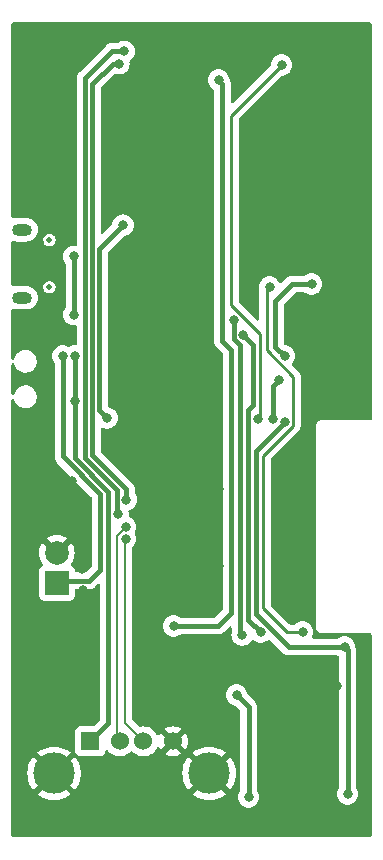
<source format=gbr>
%TF.GenerationSoftware,KiCad,Pcbnew,6.0.7-f9a2dced07~116~ubuntu20.04.1*%
%TF.CreationDate,2022-09-04T18:40:54+02:00*%
%TF.ProjectId,USBRadio,55534252-6164-4696-9f2e-6b696361645f,rev?*%
%TF.SameCoordinates,Original*%
%TF.FileFunction,Copper,L2,Bot*%
%TF.FilePolarity,Positive*%
%FSLAX46Y46*%
G04 Gerber Fmt 4.6, Leading zero omitted, Abs format (unit mm)*
G04 Created by KiCad (PCBNEW 6.0.7-f9a2dced07~116~ubuntu20.04.1) date 2022-09-04 18:40:54*
%MOMM*%
%LPD*%
G01*
G04 APERTURE LIST*
%TA.AperFunction,ComponentPad*%
%ADD10C,0.500000*%
%TD*%
%TA.AperFunction,ComponentPad*%
%ADD11O,1.700000X1.000000*%
%TD*%
%TA.AperFunction,ComponentPad*%
%ADD12R,1.524000X1.524000*%
%TD*%
%TA.AperFunction,ComponentPad*%
%ADD13C,1.524000*%
%TD*%
%TA.AperFunction,ComponentPad*%
%ADD14C,3.500000*%
%TD*%
%TA.AperFunction,ComponentPad*%
%ADD15R,2.000000X2.000000*%
%TD*%
%TA.AperFunction,ComponentPad*%
%ADD16C,2.000000*%
%TD*%
%TA.AperFunction,ViaPad*%
%ADD17C,0.800000*%
%TD*%
%TA.AperFunction,Conductor*%
%ADD18C,0.400000*%
%TD*%
%TA.AperFunction,Conductor*%
%ADD19C,0.250000*%
%TD*%
%TA.AperFunction,Conductor*%
%ADD20C,0.200000*%
%TD*%
G04 APERTURE END LIST*
D10*
%TO.P,J1,6,Shield*%
%TO.N,unconnected-(J1-Pad6)*%
X109120640Y-53932680D03*
D11*
X106770640Y-53057680D03*
X106770640Y-58807680D03*
D10*
X109120640Y-57932680D03*
%TD*%
D12*
%TO.P,J3,1,VBUS*%
%TO.N,VBUSOut*%
X112578000Y-96380500D03*
D13*
%TO.P,J3,2,D-*%
%TO.N,/MCU/USB_D-*%
X115078000Y-96380500D03*
%TO.P,J3,3,D+*%
%TO.N,/MCU/USB_D+*%
X117078000Y-96380500D03*
%TO.P,J3,4,GND*%
%TO.N,GND*%
X119578000Y-96380500D03*
D14*
%TO.P,J3,5,Shield*%
X122648000Y-99090500D03*
X109508000Y-99090500D03*
%TD*%
D15*
%TO.P,BT1,1,+*%
%TO.N,BatteryPower*%
X109743240Y-82961480D03*
D16*
%TO.P,BT1,2,-*%
%TO.N,GND*%
X109743240Y-80421480D03*
%TD*%
D17*
%TO.N,BatteryPower*%
X110252497Y-63754000D03*
%TO.N,GND*%
X134508240Y-42768520D03*
X135128000Y-65278000D03*
X133451600Y-91694000D03*
X131750000Y-92250000D03*
X111250000Y-94390000D03*
X111950000Y-83590000D03*
X115750000Y-71000000D03*
X108132880Y-71120000D03*
X107080000Y-95250000D03*
X108793280Y-85531960D03*
X129460000Y-80750000D03*
X129450000Y-79080000D03*
X119000000Y-55750000D03*
X112500000Y-101750000D03*
X132250000Y-101500000D03*
X112160000Y-75930000D03*
X111020000Y-74370000D03*
X129450000Y-75750000D03*
X110000000Y-37250000D03*
X126500000Y-91250000D03*
X122000000Y-75000000D03*
X128750000Y-92250000D03*
X130500000Y-42672000D03*
X133250000Y-51750000D03*
X117750000Y-45000000D03*
X121750000Y-95750000D03*
X128500000Y-101500000D03*
X115750000Y-60500000D03*
X130500000Y-51750000D03*
X106640000Y-60560000D03*
X120500000Y-52000000D03*
X111864010Y-81805296D03*
X107250000Y-50250000D03*
X117750000Y-52000000D03*
X129500000Y-82500000D03*
X128750000Y-83750000D03*
X128750000Y-72750000D03*
X120500000Y-79750000D03*
X123500000Y-75000000D03*
X110250000Y-50250000D03*
X122000000Y-81500000D03*
X118000000Y-99500000D03*
X129450000Y-77400000D03*
X120500000Y-45000000D03*
X119760000Y-89780000D03*
X122500000Y-36750000D03*
X133500000Y-68000000D03*
X118280000Y-66640500D03*
X108500000Y-43250000D03*
X131750000Y-65250000D03*
X129400000Y-74000000D03*
X126000000Y-56750000D03*
X109690000Y-90480000D03*
X122060000Y-69560000D03*
X107750000Y-83000000D03*
X107250000Y-37250000D03*
X117750000Y-36750000D03*
X107750000Y-77250000D03*
X120500000Y-77000000D03*
X123500000Y-81500000D03*
X130550920Y-39151560D03*
X114500000Y-99500000D03*
%TO.N,VBUSOut*%
X111252000Y-67564000D03*
X111252000Y-63754000D03*
%TO.N,ENABLE*%
X130556000Y-87122000D03*
X127762000Y-57912000D03*
%TO.N,3_3V*%
X131318000Y-57658000D03*
X134366000Y-100838000D03*
X134112000Y-88392000D03*
X115350000Y-52680000D03*
X129032000Y-63754000D03*
X114000000Y-69000000D03*
X129032000Y-69342000D03*
%TO.N,VBUS*%
X111205000Y-60245000D03*
X111190000Y-55320000D03*
%TO.N,/MCU/U0TXD*%
X125443500Y-87376000D03*
X124714000Y-60706000D03*
%TO.N,/MCU/U0RXD*%
X125513500Y-61976000D03*
X127000000Y-87122000D03*
%TO.N,BOOT*%
X128524000Y-65786000D03*
X128016000Y-69088000D03*
%TO.N,/MCU/USB_D-*%
X115570000Y-78232000D03*
%TO.N,/MCU/USB_D+*%
X115570000Y-79248000D03*
%TO.N,/MCU/TMS*%
X124968000Y-92456000D03*
X125984000Y-101092000D03*
%TO.N,Net-(SW4-Pad1)*%
X128778000Y-39116000D03*
X126746000Y-69088000D03*
%TO.N,/MCU/U1TXD*%
X115630000Y-75920000D03*
X115000000Y-39000000D03*
%TO.N,/MCU/U1RXD*%
X115445814Y-37953150D03*
X114930000Y-77160000D03*
%TO.N,LED*%
X119634000Y-86614000D03*
X123444000Y-40386000D03*
%TD*%
D18*
%TO.N,BatteryPower*%
X110269481Y-63770984D02*
X110269481Y-72256537D01*
X109914720Y-82790000D02*
X109743240Y-82961480D01*
X113410000Y-75397056D02*
X113410000Y-81860000D01*
X112480000Y-82790000D02*
X109914720Y-82790000D01*
X110269481Y-72256537D02*
X113410000Y-75397056D01*
X113410000Y-81860000D02*
X112480000Y-82790000D01*
X110252497Y-63754000D02*
X110269481Y-63770984D01*
%TO.N,VBUSOut*%
X114110000Y-94848500D02*
X114110000Y-75248528D01*
X111252000Y-72390528D02*
X111252000Y-67564000D01*
X111252000Y-63754000D02*
X111252000Y-67564000D01*
X114110000Y-75248528D02*
X111252000Y-72390528D01*
X112578000Y-96380500D02*
X114110000Y-94848500D01*
D19*
%TO.N,ENABLE*%
X127220000Y-72179305D02*
X129757000Y-69642305D01*
X129757000Y-69642305D02*
X129757000Y-65504305D01*
X127500000Y-63247305D02*
X127500000Y-58174000D01*
X129212000Y-87122000D02*
X127220000Y-85130000D01*
X127220000Y-85130000D02*
X127220000Y-72179305D01*
X127500000Y-58174000D02*
X127762000Y-57912000D01*
X129757000Y-65504305D02*
X127500000Y-63247305D01*
X130556000Y-87122000D02*
X129212000Y-87122000D01*
D18*
%TO.N,3_3V*%
X129401371Y-88392000D02*
X134112000Y-88392000D01*
X113350000Y-54680000D02*
X115350000Y-52680000D01*
X129032000Y-69342000D02*
X126600000Y-71774000D01*
X114000000Y-69000000D02*
X113350000Y-68350000D01*
X129032000Y-63754000D02*
X128250000Y-62972000D01*
X134366000Y-88646000D02*
X134112000Y-88392000D01*
X126600000Y-85590629D02*
X129401371Y-88392000D01*
X113350000Y-68350000D02*
X113350000Y-54680000D01*
X134366000Y-100838000D02*
X134366000Y-88646000D01*
X129692000Y-57658000D02*
X131318000Y-57658000D01*
X126600000Y-71774000D02*
X126600000Y-85590629D01*
X128250000Y-59100000D02*
X129692000Y-57658000D01*
X128250000Y-62972000D02*
X128250000Y-59100000D01*
%TO.N,VBUS*%
X111190000Y-55320000D02*
X111205000Y-55335000D01*
X111205000Y-55335000D02*
X111205000Y-60245000D01*
%TO.N,/MCU/U0TXD*%
X125260000Y-62853871D02*
X125260000Y-87192500D01*
X124714000Y-62307871D02*
X125260000Y-62853871D01*
X125260000Y-87192500D02*
X125443500Y-87376000D01*
X124714000Y-60706000D02*
X124714000Y-62307871D01*
%TO.N,/MCU/U0RXD*%
X126390000Y-62852500D02*
X125513500Y-61976000D01*
X127000000Y-87122000D02*
X125946000Y-86068000D01*
X125946000Y-86068000D02*
X125946000Y-68344000D01*
X126390000Y-67900000D02*
X126390000Y-62852500D01*
X125946000Y-68344000D02*
X126390000Y-67900000D01*
%TO.N,BOOT*%
X128016000Y-69088000D02*
X128016000Y-66294000D01*
X128016000Y-66294000D02*
X128524000Y-65786000D01*
D20*
%TO.N,/MCU/USB_D-*%
X114808000Y-78994000D02*
X115570000Y-78232000D01*
X114808000Y-96110500D02*
X114808000Y-78994000D01*
X115078000Y-96380500D02*
X114808000Y-96110500D01*
%TO.N,/MCU/USB_D+*%
X117078000Y-96380500D02*
X115490000Y-94792500D01*
X115490000Y-94792500D02*
X115490000Y-79328000D01*
X115490000Y-79328000D02*
X115570000Y-79248000D01*
D18*
%TO.N,/MCU/TMS*%
X125984000Y-93472000D02*
X125984000Y-101092000D01*
X124968000Y-92456000D02*
X125984000Y-93472000D01*
D19*
%TO.N,Net-(SW4-Pad1)*%
X126915000Y-68919000D02*
X126915000Y-61881695D01*
X124500000Y-43394000D02*
X128778000Y-39116000D01*
X126746000Y-69088000D02*
X126915000Y-68919000D01*
X126915000Y-61881695D02*
X124500000Y-59466695D01*
X124500000Y-59466695D02*
X124500000Y-43394000D01*
D18*
%TO.N,/MCU/U1TXD*%
X114500000Y-39000000D02*
X112750000Y-40750000D01*
X112750000Y-72151472D02*
X115630000Y-75031472D01*
X112750000Y-40750000D02*
X112750000Y-72151472D01*
X115000000Y-39000000D02*
X114500000Y-39000000D01*
X115630000Y-75031472D02*
X115630000Y-75920000D01*
%TO.N,/MCU/U1RXD*%
X112150000Y-40218629D02*
X112150000Y-72400000D01*
X114830000Y-77060000D02*
X114930000Y-77160000D01*
X112150000Y-72400000D02*
X114830000Y-75080000D01*
X114415479Y-37953150D02*
X112150000Y-40218629D01*
X115445814Y-37953150D02*
X114415479Y-37953150D01*
X114830000Y-75080000D02*
X114830000Y-77060000D01*
%TO.N,LED*%
X123760000Y-62510000D02*
X124520000Y-63270000D01*
X123386000Y-86614000D02*
X119634000Y-86614000D01*
X123760000Y-40702000D02*
X123760000Y-62510000D01*
X124520000Y-63270000D02*
X124520000Y-85480000D01*
X123444000Y-40386000D02*
X123760000Y-40702000D01*
X124520000Y-85480000D02*
X123386000Y-86614000D01*
%TD*%
%TA.AperFunction,Conductor*%
%TO.N,GND*%
G36*
X136333621Y-35528502D02*
G01*
X136380114Y-35582158D01*
X136391500Y-35634500D01*
X136391500Y-69065500D01*
X136371498Y-69133621D01*
X136317842Y-69180114D01*
X136265500Y-69191500D01*
X132208623Y-69191500D01*
X132207853Y-69191498D01*
X132207037Y-69191493D01*
X132130279Y-69191024D01*
X132112148Y-69196206D01*
X132101847Y-69199150D01*
X132085085Y-69202728D01*
X132055813Y-69206920D01*
X132047645Y-69210634D01*
X132047644Y-69210634D01*
X132032438Y-69217548D01*
X132014914Y-69223996D01*
X131990229Y-69231051D01*
X131982635Y-69235843D01*
X131982632Y-69235844D01*
X131965220Y-69246830D01*
X131950137Y-69254969D01*
X131923218Y-69267208D01*
X131916416Y-69273069D01*
X131903765Y-69283970D01*
X131888761Y-69295073D01*
X131867042Y-69308776D01*
X131861103Y-69315501D01*
X131861099Y-69315504D01*
X131847468Y-69330938D01*
X131835276Y-69342982D01*
X131819673Y-69356427D01*
X131819671Y-69356430D01*
X131812873Y-69362287D01*
X131807993Y-69369816D01*
X131807992Y-69369817D01*
X131798906Y-69383835D01*
X131787615Y-69398709D01*
X131776569Y-69411217D01*
X131770622Y-69417951D01*
X131758058Y-69444711D01*
X131749737Y-69459691D01*
X131738529Y-69476983D01*
X131738527Y-69476988D01*
X131733648Y-69484515D01*
X131731078Y-69493108D01*
X131731076Y-69493113D01*
X131726289Y-69509120D01*
X131719628Y-69526564D01*
X131714755Y-69536944D01*
X131708719Y-69549800D01*
X131707338Y-69558667D01*
X131707338Y-69558668D01*
X131704170Y-69579015D01*
X131700387Y-69595732D01*
X131694485Y-69615466D01*
X131694484Y-69615472D01*
X131691914Y-69624066D01*
X131691729Y-69654470D01*
X131691704Y-69658497D01*
X131691671Y-69659289D01*
X131691500Y-69660386D01*
X131691500Y-69691377D01*
X131691498Y-69692147D01*
X131691024Y-69769721D01*
X131691408Y-69771065D01*
X131691500Y-69772410D01*
X131691500Y-86691377D01*
X131691498Y-86692147D01*
X131691024Y-86769721D01*
X131693491Y-86778352D01*
X131699150Y-86798153D01*
X131702728Y-86814915D01*
X131706920Y-86844187D01*
X131710634Y-86852355D01*
X131710634Y-86852356D01*
X131717548Y-86867562D01*
X131723996Y-86885086D01*
X131731051Y-86909771D01*
X131735843Y-86917365D01*
X131735844Y-86917368D01*
X131746830Y-86934780D01*
X131754969Y-86949863D01*
X131767208Y-86976782D01*
X131773069Y-86983584D01*
X131783970Y-86996235D01*
X131795073Y-87011239D01*
X131808776Y-87032958D01*
X131815501Y-87038897D01*
X131815504Y-87038901D01*
X131830938Y-87052532D01*
X131842982Y-87064724D01*
X131856427Y-87080327D01*
X131856430Y-87080329D01*
X131862287Y-87087127D01*
X131869816Y-87092007D01*
X131869817Y-87092008D01*
X131883835Y-87101094D01*
X131898709Y-87112385D01*
X131909597Y-87122000D01*
X131917951Y-87129378D01*
X131944711Y-87141942D01*
X131959691Y-87150263D01*
X131976983Y-87161471D01*
X131976988Y-87161473D01*
X131984515Y-87166352D01*
X131993108Y-87168922D01*
X131993113Y-87168924D01*
X132009120Y-87173711D01*
X132026564Y-87180372D01*
X132041676Y-87187467D01*
X132041678Y-87187468D01*
X132049800Y-87191281D01*
X132058667Y-87192662D01*
X132058668Y-87192662D01*
X132068310Y-87194163D01*
X132079017Y-87195830D01*
X132095732Y-87199613D01*
X132115466Y-87205515D01*
X132115472Y-87205516D01*
X132124066Y-87208086D01*
X132133037Y-87208141D01*
X132133038Y-87208141D01*
X132143097Y-87208202D01*
X132158506Y-87208296D01*
X132159289Y-87208329D01*
X132160386Y-87208500D01*
X132191377Y-87208500D01*
X132192147Y-87208502D01*
X132265785Y-87208952D01*
X132265786Y-87208952D01*
X132269721Y-87208976D01*
X132271065Y-87208592D01*
X132272410Y-87208500D01*
X136265500Y-87208500D01*
X136333621Y-87228502D01*
X136380114Y-87282158D01*
X136391500Y-87334500D01*
X136391500Y-104365500D01*
X136371498Y-104433621D01*
X136317842Y-104480114D01*
X136265500Y-104491500D01*
X106034500Y-104491500D01*
X105966379Y-104471498D01*
X105919886Y-104417842D01*
X105908500Y-104365500D01*
X105908500Y-100859356D01*
X108104601Y-100859356D01*
X108111059Y-100868716D01*
X108127361Y-100883012D01*
X108133901Y-100888030D01*
X108373144Y-101047887D01*
X108380281Y-101052008D01*
X108638349Y-101179272D01*
X108645953Y-101182422D01*
X108918420Y-101274912D01*
X108926383Y-101277046D01*
X109208600Y-101333183D01*
X109216751Y-101334256D01*
X109503881Y-101353075D01*
X109512119Y-101353075D01*
X109799249Y-101334256D01*
X109807400Y-101333183D01*
X110089617Y-101277046D01*
X110097580Y-101274912D01*
X110370047Y-101182422D01*
X110377651Y-101179272D01*
X110635719Y-101052008D01*
X110642856Y-101047887D01*
X110882099Y-100888030D01*
X110888639Y-100883012D01*
X110903074Y-100870353D01*
X110910050Y-100859356D01*
X121244601Y-100859356D01*
X121251059Y-100868716D01*
X121267361Y-100883012D01*
X121273901Y-100888030D01*
X121513144Y-101047887D01*
X121520281Y-101052008D01*
X121778349Y-101179272D01*
X121785953Y-101182422D01*
X122058420Y-101274912D01*
X122066383Y-101277046D01*
X122348600Y-101333183D01*
X122356751Y-101334256D01*
X122643881Y-101353075D01*
X122652119Y-101353075D01*
X122939249Y-101334256D01*
X122947400Y-101333183D01*
X123229617Y-101277046D01*
X123237580Y-101274912D01*
X123510047Y-101182422D01*
X123517651Y-101179272D01*
X123775719Y-101052008D01*
X123782856Y-101047887D01*
X124022099Y-100888030D01*
X124028639Y-100883012D01*
X124043074Y-100870353D01*
X124051472Y-100857114D01*
X124045638Y-100847349D01*
X122660810Y-99462520D01*
X122646869Y-99454908D01*
X122645034Y-99455039D01*
X122638420Y-99459290D01*
X121252116Y-100845595D01*
X121244601Y-100859356D01*
X110910050Y-100859356D01*
X110911472Y-100857114D01*
X110905638Y-100847349D01*
X109520810Y-99462520D01*
X109506869Y-99454908D01*
X109505034Y-99455039D01*
X109498420Y-99459290D01*
X108112116Y-100845595D01*
X108104601Y-100859356D01*
X105908500Y-100859356D01*
X105908500Y-99094619D01*
X107245425Y-99094619D01*
X107264244Y-99381749D01*
X107265317Y-99389900D01*
X107321454Y-99672117D01*
X107323588Y-99680080D01*
X107416078Y-99952547D01*
X107419228Y-99960151D01*
X107546492Y-100218218D01*
X107550613Y-100225355D01*
X107710470Y-100464599D01*
X107715488Y-100471139D01*
X107728147Y-100485574D01*
X107741386Y-100493972D01*
X107751151Y-100488138D01*
X109135980Y-99103310D01*
X109142357Y-99091631D01*
X109872408Y-99091631D01*
X109872539Y-99093466D01*
X109876790Y-99100080D01*
X111263095Y-100486384D01*
X111276856Y-100493899D01*
X111286216Y-100487441D01*
X111300512Y-100471139D01*
X111305530Y-100464599D01*
X111465387Y-100225355D01*
X111469508Y-100218218D01*
X111596772Y-99960151D01*
X111599922Y-99952547D01*
X111692412Y-99680080D01*
X111694546Y-99672117D01*
X111750683Y-99389900D01*
X111751756Y-99381749D01*
X111770575Y-99094619D01*
X120385425Y-99094619D01*
X120404244Y-99381749D01*
X120405317Y-99389900D01*
X120461454Y-99672117D01*
X120463588Y-99680080D01*
X120556078Y-99952547D01*
X120559228Y-99960151D01*
X120686492Y-100218218D01*
X120690613Y-100225355D01*
X120850470Y-100464599D01*
X120855488Y-100471139D01*
X120868147Y-100485574D01*
X120881386Y-100493972D01*
X120891151Y-100488138D01*
X122275980Y-99103310D01*
X122282357Y-99091631D01*
X123012408Y-99091631D01*
X123012539Y-99093466D01*
X123016790Y-99100080D01*
X124403095Y-100486384D01*
X124416856Y-100493899D01*
X124426216Y-100487441D01*
X124440512Y-100471139D01*
X124445530Y-100464599D01*
X124605387Y-100225355D01*
X124609508Y-100218218D01*
X124736772Y-99960151D01*
X124739922Y-99952547D01*
X124832412Y-99680080D01*
X124834546Y-99672117D01*
X124890683Y-99389900D01*
X124891756Y-99381749D01*
X124910575Y-99094619D01*
X124910575Y-99086381D01*
X124891756Y-98799251D01*
X124890683Y-98791100D01*
X124834546Y-98508883D01*
X124832412Y-98500920D01*
X124739922Y-98228453D01*
X124736772Y-98220849D01*
X124609508Y-97962782D01*
X124605387Y-97955645D01*
X124445530Y-97716401D01*
X124440512Y-97709861D01*
X124427853Y-97695426D01*
X124414614Y-97687028D01*
X124404849Y-97692862D01*
X123020020Y-99077690D01*
X123012408Y-99091631D01*
X122282357Y-99091631D01*
X122283592Y-99089369D01*
X122283461Y-99087534D01*
X122279210Y-99080920D01*
X120892905Y-97694616D01*
X120879144Y-97687101D01*
X120869784Y-97693559D01*
X120855488Y-97709861D01*
X120850470Y-97716401D01*
X120690613Y-97955645D01*
X120686492Y-97962782D01*
X120559228Y-98220849D01*
X120556078Y-98228453D01*
X120463588Y-98500920D01*
X120461454Y-98508883D01*
X120405317Y-98791100D01*
X120404244Y-98799251D01*
X120385425Y-99086381D01*
X120385425Y-99094619D01*
X111770575Y-99094619D01*
X111770575Y-99086381D01*
X111751756Y-98799251D01*
X111750683Y-98791100D01*
X111694546Y-98508883D01*
X111692412Y-98500920D01*
X111599922Y-98228453D01*
X111596772Y-98220849D01*
X111469508Y-97962782D01*
X111465387Y-97955645D01*
X111305530Y-97716401D01*
X111300518Y-97709869D01*
X111287850Y-97695424D01*
X111274614Y-97687028D01*
X111264849Y-97692862D01*
X109880020Y-99077690D01*
X109872408Y-99091631D01*
X109142357Y-99091631D01*
X109143592Y-99089369D01*
X109143461Y-99087534D01*
X109139210Y-99080920D01*
X107752905Y-97694616D01*
X107739144Y-97687101D01*
X107729784Y-97693559D01*
X107715488Y-97709861D01*
X107710470Y-97716401D01*
X107550613Y-97955645D01*
X107546492Y-97962782D01*
X107419228Y-98220849D01*
X107416078Y-98228453D01*
X107323588Y-98500920D01*
X107321454Y-98508883D01*
X107265317Y-98791100D01*
X107264244Y-98799251D01*
X107245425Y-99086381D01*
X107245425Y-99094619D01*
X105908500Y-99094619D01*
X105908500Y-97323886D01*
X108104528Y-97323886D01*
X108110362Y-97333651D01*
X109495190Y-98718480D01*
X109509131Y-98726092D01*
X109510966Y-98725961D01*
X109517580Y-98721710D01*
X110903884Y-97335405D01*
X110911399Y-97321644D01*
X110904941Y-97312284D01*
X110888639Y-97297988D01*
X110882099Y-97292970D01*
X110642856Y-97133113D01*
X110635719Y-97128992D01*
X110377651Y-97001728D01*
X110370047Y-96998578D01*
X110097580Y-96906088D01*
X110089617Y-96903954D01*
X109807400Y-96847817D01*
X109799249Y-96846744D01*
X109512119Y-96827925D01*
X109503881Y-96827925D01*
X109216751Y-96846744D01*
X109208600Y-96847817D01*
X108926383Y-96903954D01*
X108918420Y-96906088D01*
X108645953Y-96998578D01*
X108638349Y-97001728D01*
X108380282Y-97128992D01*
X108373145Y-97133113D01*
X108133901Y-97292970D01*
X108127361Y-97297988D01*
X108112926Y-97310647D01*
X108104528Y-97323886D01*
X105908500Y-97323886D01*
X105908500Y-80426410D01*
X108230965Y-80426410D01*
X108248812Y-80653179D01*
X108250355Y-80662926D01*
X108303457Y-80884107D01*
X108306506Y-80893492D01*
X108393553Y-81103643D01*
X108398035Y-81112438D01*
X108516883Y-81306379D01*
X108522683Y-81314363D01*
X108528859Y-81321594D01*
X108557891Y-81386384D01*
X108547287Y-81456584D01*
X108501063Y-81509168D01*
X108496535Y-81510865D01*
X108379979Y-81598219D01*
X108292625Y-81714775D01*
X108241495Y-81851164D01*
X108234740Y-81913346D01*
X108234740Y-84009614D01*
X108241495Y-84071796D01*
X108292625Y-84208185D01*
X108379979Y-84324741D01*
X108496535Y-84412095D01*
X108632924Y-84463225D01*
X108695106Y-84469980D01*
X110791374Y-84469980D01*
X110853556Y-84463225D01*
X110989945Y-84412095D01*
X111106501Y-84324741D01*
X111193855Y-84208185D01*
X111244985Y-84071796D01*
X111251740Y-84009614D01*
X111251740Y-83624500D01*
X111271742Y-83556379D01*
X111325398Y-83509886D01*
X111377740Y-83498500D01*
X112451088Y-83498500D01*
X112459658Y-83498792D01*
X112509776Y-83502209D01*
X112509780Y-83502209D01*
X112517352Y-83502725D01*
X112524829Y-83501420D01*
X112524830Y-83501420D01*
X112551308Y-83496799D01*
X112580303Y-83491738D01*
X112586821Y-83490777D01*
X112650242Y-83483102D01*
X112657343Y-83480419D01*
X112659952Y-83479778D01*
X112676262Y-83475315D01*
X112678798Y-83474550D01*
X112686284Y-83473243D01*
X112744800Y-83447556D01*
X112750904Y-83445065D01*
X112803548Y-83425173D01*
X112803549Y-83425172D01*
X112810656Y-83422487D01*
X112816919Y-83418183D01*
X112819285Y-83416946D01*
X112834097Y-83408701D01*
X112836351Y-83407368D01*
X112843305Y-83404315D01*
X112894002Y-83365413D01*
X112899332Y-83361541D01*
X112945720Y-83329661D01*
X112945725Y-83329656D01*
X112951981Y-83325357D01*
X112993436Y-83278829D01*
X112998416Y-83273554D01*
X113186405Y-83085565D01*
X113248717Y-83051539D01*
X113319532Y-83056604D01*
X113376368Y-83099151D01*
X113401179Y-83165671D01*
X113401500Y-83174660D01*
X113401500Y-94502840D01*
X113381498Y-94570961D01*
X113364595Y-94591935D01*
X112883435Y-95073095D01*
X112821123Y-95107121D01*
X112794340Y-95110000D01*
X111767866Y-95110000D01*
X111705684Y-95116755D01*
X111569295Y-95167885D01*
X111452739Y-95255239D01*
X111365385Y-95371795D01*
X111314255Y-95508184D01*
X111307500Y-95570366D01*
X111307500Y-97190634D01*
X111314255Y-97252816D01*
X111365385Y-97389205D01*
X111452739Y-97505761D01*
X111456992Y-97508949D01*
X111456993Y-97508950D01*
X111550381Y-97578940D01*
X111569295Y-97593115D01*
X111705684Y-97644245D01*
X111767866Y-97651000D01*
X113388134Y-97651000D01*
X113450316Y-97644245D01*
X113586705Y-97593115D01*
X113703261Y-97505761D01*
X113790615Y-97389205D01*
X113841745Y-97252816D01*
X113845306Y-97220038D01*
X113872549Y-97154476D01*
X113930912Y-97114050D01*
X114001866Y-97111596D01*
X114062884Y-97147892D01*
X114073777Y-97161369D01*
X114101023Y-97200281D01*
X114258219Y-97357477D01*
X114262727Y-97360634D01*
X114262730Y-97360636D01*
X114291523Y-97380797D01*
X114440323Y-97484988D01*
X114445305Y-97487311D01*
X114445310Y-97487314D01*
X114635810Y-97576145D01*
X114641804Y-97578940D01*
X114647112Y-97580362D01*
X114647114Y-97580363D01*
X114694705Y-97593115D01*
X114856537Y-97636478D01*
X115078000Y-97655853D01*
X115299463Y-97636478D01*
X115461295Y-97593115D01*
X115508886Y-97580363D01*
X115508888Y-97580362D01*
X115514196Y-97578940D01*
X115520190Y-97576145D01*
X115710690Y-97487314D01*
X115710695Y-97487311D01*
X115715677Y-97484988D01*
X115864477Y-97380797D01*
X115893270Y-97360636D01*
X115893273Y-97360634D01*
X115897781Y-97357477D01*
X115988905Y-97266353D01*
X116051217Y-97232327D01*
X116122032Y-97237392D01*
X116167095Y-97266353D01*
X116258219Y-97357477D01*
X116262727Y-97360634D01*
X116262730Y-97360636D01*
X116291523Y-97380797D01*
X116440323Y-97484988D01*
X116445305Y-97487311D01*
X116445310Y-97487314D01*
X116635810Y-97576145D01*
X116641804Y-97578940D01*
X116647112Y-97580362D01*
X116647114Y-97580363D01*
X116694705Y-97593115D01*
X116856537Y-97636478D01*
X117078000Y-97655853D01*
X117299463Y-97636478D01*
X117461295Y-97593115D01*
X117508886Y-97580363D01*
X117508888Y-97580362D01*
X117514196Y-97578940D01*
X117520190Y-97576145D01*
X117710690Y-97487314D01*
X117710695Y-97487311D01*
X117715677Y-97484988D01*
X117780959Y-97439277D01*
X118883777Y-97439277D01*
X118893074Y-97451293D01*
X118936069Y-97481398D01*
X118945555Y-97486876D01*
X119136993Y-97576145D01*
X119147285Y-97579891D01*
X119351309Y-97634559D01*
X119362104Y-97636462D01*
X119572525Y-97654872D01*
X119583475Y-97654872D01*
X119793896Y-97636462D01*
X119804691Y-97634559D01*
X120008715Y-97579891D01*
X120019007Y-97576145D01*
X120210445Y-97486876D01*
X120219931Y-97481398D01*
X120263764Y-97450707D01*
X120272139Y-97440229D01*
X120265071Y-97426781D01*
X120162176Y-97323886D01*
X121244528Y-97323886D01*
X121250362Y-97333651D01*
X122635190Y-98718480D01*
X122649131Y-98726092D01*
X122650966Y-98725961D01*
X122657580Y-98721710D01*
X124043884Y-97335405D01*
X124051399Y-97321644D01*
X124044941Y-97312284D01*
X124028639Y-97297988D01*
X124022099Y-97292970D01*
X123782856Y-97133113D01*
X123775719Y-97128992D01*
X123517651Y-97001728D01*
X123510047Y-96998578D01*
X123237580Y-96906088D01*
X123229617Y-96903954D01*
X122947400Y-96847817D01*
X122939249Y-96846744D01*
X122652119Y-96827925D01*
X122643881Y-96827925D01*
X122356751Y-96846744D01*
X122348600Y-96847817D01*
X122066383Y-96903954D01*
X122058420Y-96906088D01*
X121785953Y-96998578D01*
X121778349Y-97001728D01*
X121520282Y-97128992D01*
X121513145Y-97133113D01*
X121273901Y-97292970D01*
X121267361Y-97297988D01*
X121252926Y-97310647D01*
X121244528Y-97323886D01*
X120162176Y-97323886D01*
X119590812Y-96752522D01*
X119576868Y-96744908D01*
X119575035Y-96745039D01*
X119568420Y-96749290D01*
X118890207Y-97427503D01*
X118883777Y-97439277D01*
X117780959Y-97439277D01*
X117864477Y-97380797D01*
X117893270Y-97360636D01*
X117893273Y-97360634D01*
X117897781Y-97357477D01*
X118054977Y-97200281D01*
X118059354Y-97194031D01*
X118179331Y-97022685D01*
X118179332Y-97022683D01*
X118182488Y-97018176D01*
X118184811Y-97013194D01*
X118184814Y-97013189D01*
X118214081Y-96950425D01*
X118260999Y-96897140D01*
X118329276Y-96877679D01*
X118397236Y-96898221D01*
X118442471Y-96950425D01*
X118471623Y-97012941D01*
X118477103Y-97022432D01*
X118507794Y-97066265D01*
X118518271Y-97074640D01*
X118531718Y-97067572D01*
X119205978Y-96393312D01*
X119212356Y-96381632D01*
X119942408Y-96381632D01*
X119942539Y-96383465D01*
X119946790Y-96390080D01*
X120625003Y-97068293D01*
X120636777Y-97074723D01*
X120648793Y-97065426D01*
X120678897Y-97022432D01*
X120684377Y-97012941D01*
X120773645Y-96821507D01*
X120777391Y-96811215D01*
X120832059Y-96607191D01*
X120833962Y-96596396D01*
X120852372Y-96385975D01*
X120852372Y-96375025D01*
X120833962Y-96164604D01*
X120832059Y-96153809D01*
X120777391Y-95949785D01*
X120773645Y-95939493D01*
X120684377Y-95748059D01*
X120678897Y-95738568D01*
X120648206Y-95694735D01*
X120637729Y-95686360D01*
X120624282Y-95693428D01*
X119950022Y-96367688D01*
X119942408Y-96381632D01*
X119212356Y-96381632D01*
X119213592Y-96379368D01*
X119213461Y-96377535D01*
X119209210Y-96370920D01*
X118530997Y-95692707D01*
X118519223Y-95686277D01*
X118507207Y-95695574D01*
X118477103Y-95738568D01*
X118471623Y-95748059D01*
X118442471Y-95810575D01*
X118395553Y-95863860D01*
X118327276Y-95883321D01*
X118259316Y-95862779D01*
X118214081Y-95810575D01*
X118184814Y-95747811D01*
X118184811Y-95747806D01*
X118182488Y-95742824D01*
X118179331Y-95738315D01*
X118058136Y-95565230D01*
X118058134Y-95565227D01*
X118054977Y-95560719D01*
X117897781Y-95403523D01*
X117893273Y-95400366D01*
X117893270Y-95400364D01*
X117817505Y-95347313D01*
X117779599Y-95320771D01*
X118883860Y-95320771D01*
X118890928Y-95334218D01*
X119565188Y-96008478D01*
X119579132Y-96016092D01*
X119580965Y-96015961D01*
X119587580Y-96011710D01*
X120265793Y-95333497D01*
X120272223Y-95321723D01*
X120262926Y-95309707D01*
X120219931Y-95279602D01*
X120210445Y-95274124D01*
X120019007Y-95184855D01*
X120008715Y-95181109D01*
X119804691Y-95126441D01*
X119793896Y-95124538D01*
X119583475Y-95106128D01*
X119572525Y-95106128D01*
X119362104Y-95124538D01*
X119351309Y-95126441D01*
X119147285Y-95181109D01*
X119136993Y-95184855D01*
X118945559Y-95274123D01*
X118936068Y-95279603D01*
X118892235Y-95310294D01*
X118883860Y-95320771D01*
X117779599Y-95320771D01*
X117715677Y-95276012D01*
X117710695Y-95273689D01*
X117710690Y-95273686D01*
X117519178Y-95184383D01*
X117519177Y-95184382D01*
X117514196Y-95182060D01*
X117508888Y-95180638D01*
X117508886Y-95180637D01*
X117436667Y-95161286D01*
X117299463Y-95124522D01*
X117078000Y-95105147D01*
X116856537Y-95124522D01*
X116789601Y-95142458D01*
X116718624Y-95140768D01*
X116667895Y-95109846D01*
X116135405Y-94577356D01*
X116101379Y-94515044D01*
X116098500Y-94488261D01*
X116098500Y-92456000D01*
X124054496Y-92456000D01*
X124074458Y-92645928D01*
X124133473Y-92827556D01*
X124228960Y-92992944D01*
X124233378Y-92997851D01*
X124233379Y-92997852D01*
X124341473Y-93117903D01*
X124356747Y-93134866D01*
X124511248Y-93247118D01*
X124517276Y-93249802D01*
X124517278Y-93249803D01*
X124633972Y-93301758D01*
X124685712Y-93324794D01*
X124822411Y-93353850D01*
X124838569Y-93357285D01*
X124901467Y-93391437D01*
X125238595Y-93728565D01*
X125272621Y-93790877D01*
X125275500Y-93817660D01*
X125275500Y-100473256D01*
X125255498Y-100541377D01*
X125251436Y-100547317D01*
X125249379Y-100550148D01*
X125244960Y-100555056D01*
X125149473Y-100720444D01*
X125090458Y-100902072D01*
X125070496Y-101092000D01*
X125071186Y-101098565D01*
X125089721Y-101274912D01*
X125090458Y-101281928D01*
X125149473Y-101463556D01*
X125244960Y-101628944D01*
X125372747Y-101770866D01*
X125527248Y-101883118D01*
X125533276Y-101885802D01*
X125533278Y-101885803D01*
X125695681Y-101958109D01*
X125701712Y-101960794D01*
X125795113Y-101980647D01*
X125882056Y-101999128D01*
X125882061Y-101999128D01*
X125888513Y-102000500D01*
X126079487Y-102000500D01*
X126085939Y-101999128D01*
X126085944Y-101999128D01*
X126172887Y-101980647D01*
X126266288Y-101960794D01*
X126272319Y-101958109D01*
X126434722Y-101885803D01*
X126434724Y-101885802D01*
X126440752Y-101883118D01*
X126595253Y-101770866D01*
X126723040Y-101628944D01*
X126818527Y-101463556D01*
X126877542Y-101281928D01*
X126878280Y-101274912D01*
X126896814Y-101098565D01*
X126897504Y-101092000D01*
X126877542Y-100902072D01*
X126818527Y-100720444D01*
X126723040Y-100555056D01*
X126718621Y-100550148D01*
X126716564Y-100547317D01*
X126692705Y-100480449D01*
X126692500Y-100473256D01*
X126692500Y-93500912D01*
X126692792Y-93492342D01*
X126696209Y-93442224D01*
X126696209Y-93442220D01*
X126696725Y-93434648D01*
X126685738Y-93371697D01*
X126684776Y-93365175D01*
X126683821Y-93357285D01*
X126677102Y-93301758D01*
X126674419Y-93294657D01*
X126673778Y-93292048D01*
X126669315Y-93275738D01*
X126668550Y-93273202D01*
X126667243Y-93265716D01*
X126641556Y-93207200D01*
X126639065Y-93201096D01*
X126619173Y-93148452D01*
X126619172Y-93148451D01*
X126616487Y-93141344D01*
X126612183Y-93135081D01*
X126610946Y-93132715D01*
X126602701Y-93117903D01*
X126601368Y-93115649D01*
X126598315Y-93108695D01*
X126559413Y-93057998D01*
X126555541Y-93052668D01*
X126523661Y-93006280D01*
X126523656Y-93006275D01*
X126519357Y-93000019D01*
X126511417Y-92992944D01*
X126472830Y-92958565D01*
X126467554Y-92953584D01*
X125902665Y-92388695D01*
X125868639Y-92326383D01*
X125866450Y-92312770D01*
X125862232Y-92272637D01*
X125862232Y-92272635D01*
X125861542Y-92266072D01*
X125802527Y-92084444D01*
X125707040Y-91919056D01*
X125579253Y-91777134D01*
X125424752Y-91664882D01*
X125418724Y-91662198D01*
X125418722Y-91662197D01*
X125256319Y-91589891D01*
X125256318Y-91589891D01*
X125250288Y-91587206D01*
X125156887Y-91567353D01*
X125069944Y-91548872D01*
X125069939Y-91548872D01*
X125063487Y-91547500D01*
X124872513Y-91547500D01*
X124866061Y-91548872D01*
X124866056Y-91548872D01*
X124779113Y-91567353D01*
X124685712Y-91587206D01*
X124679682Y-91589891D01*
X124679681Y-91589891D01*
X124517278Y-91662197D01*
X124517276Y-91662198D01*
X124511248Y-91664882D01*
X124356747Y-91777134D01*
X124228960Y-91919056D01*
X124133473Y-92084444D01*
X124074458Y-92266072D01*
X124054496Y-92456000D01*
X116098500Y-92456000D01*
X116098500Y-86614000D01*
X118720496Y-86614000D01*
X118721186Y-86620565D01*
X118730395Y-86708180D01*
X118740458Y-86803928D01*
X118799473Y-86985556D01*
X118802776Y-86991278D01*
X118802777Y-86991279D01*
X118814307Y-87011249D01*
X118894960Y-87150944D01*
X118899378Y-87155851D01*
X118899379Y-87155852D01*
X119002367Y-87270232D01*
X119022747Y-87292866D01*
X119067554Y-87325420D01*
X119146207Y-87382565D01*
X119177248Y-87405118D01*
X119183276Y-87407802D01*
X119183278Y-87407803D01*
X119345681Y-87480109D01*
X119351712Y-87482794D01*
X119445112Y-87502647D01*
X119532056Y-87521128D01*
X119532061Y-87521128D01*
X119538513Y-87522500D01*
X119729487Y-87522500D01*
X119735939Y-87521128D01*
X119735944Y-87521128D01*
X119822888Y-87502647D01*
X119916288Y-87482794D01*
X119922319Y-87480109D01*
X120084722Y-87407803D01*
X120084724Y-87407802D01*
X120090752Y-87405118D01*
X120171344Y-87346564D01*
X120238211Y-87322706D01*
X120245405Y-87322500D01*
X123357088Y-87322500D01*
X123365658Y-87322792D01*
X123415776Y-87326209D01*
X123415780Y-87326209D01*
X123423352Y-87326725D01*
X123430829Y-87325420D01*
X123430830Y-87325420D01*
X123472164Y-87318206D01*
X123486303Y-87315738D01*
X123492821Y-87314777D01*
X123556242Y-87307102D01*
X123563343Y-87304419D01*
X123565952Y-87303778D01*
X123582262Y-87299315D01*
X123584798Y-87298550D01*
X123592284Y-87297243D01*
X123650800Y-87271556D01*
X123656904Y-87269065D01*
X123709548Y-87249173D01*
X123709549Y-87249172D01*
X123716656Y-87246487D01*
X123722919Y-87242183D01*
X123725285Y-87240946D01*
X123740097Y-87232701D01*
X123742351Y-87231368D01*
X123749305Y-87228315D01*
X123800002Y-87189413D01*
X123805332Y-87185541D01*
X123851720Y-87153661D01*
X123851725Y-87153656D01*
X123857981Y-87149357D01*
X123899427Y-87102839D01*
X123904408Y-87097562D01*
X124336405Y-86665566D01*
X124398717Y-86631541D01*
X124469533Y-86636606D01*
X124526368Y-86679153D01*
X124551179Y-86745673D01*
X124551500Y-86754662D01*
X124551500Y-87163594D01*
X124551208Y-87172155D01*
X124550920Y-87176392D01*
X124550676Y-87179968D01*
X124549825Y-87186058D01*
X124549958Y-87186072D01*
X124529996Y-87376000D01*
X124530686Y-87382565D01*
X124545394Y-87522500D01*
X124549958Y-87565928D01*
X124608973Y-87747556D01*
X124612276Y-87753278D01*
X124612277Y-87753279D01*
X124634104Y-87791084D01*
X124704460Y-87912944D01*
X124832247Y-88054866D01*
X124986748Y-88167118D01*
X124992776Y-88169802D01*
X124992778Y-88169803D01*
X125065256Y-88202072D01*
X125161212Y-88244794D01*
X125254612Y-88264647D01*
X125341556Y-88283128D01*
X125341561Y-88283128D01*
X125348013Y-88284500D01*
X125538987Y-88284500D01*
X125545439Y-88283128D01*
X125545444Y-88283128D01*
X125632388Y-88264647D01*
X125725788Y-88244794D01*
X125821744Y-88202072D01*
X125894222Y-88169803D01*
X125894224Y-88169802D01*
X125900252Y-88167118D01*
X126054753Y-88054866D01*
X126182540Y-87912944D01*
X126219095Y-87849629D01*
X126270476Y-87800637D01*
X126340190Y-87787200D01*
X126402274Y-87810694D01*
X126456578Y-87850148D01*
X126543248Y-87913118D01*
X126549276Y-87915802D01*
X126549278Y-87915803D01*
X126711681Y-87988109D01*
X126717712Y-87990794D01*
X126811113Y-88010647D01*
X126898056Y-88029128D01*
X126898061Y-88029128D01*
X126904513Y-88030500D01*
X127095487Y-88030500D01*
X127101939Y-88029128D01*
X127101944Y-88029128D01*
X127188887Y-88010647D01*
X127282288Y-87990794D01*
X127288319Y-87988109D01*
X127450722Y-87915803D01*
X127450724Y-87915802D01*
X127456752Y-87913118D01*
X127528797Y-87860774D01*
X127605909Y-87804749D01*
X127605911Y-87804747D01*
X127611253Y-87800866D01*
X127615675Y-87795955D01*
X127615760Y-87795861D01*
X127615823Y-87795822D01*
X127620580Y-87791539D01*
X127621364Y-87792409D01*
X127676209Y-87758626D01*
X127747193Y-87759983D01*
X127798485Y-87791084D01*
X128879921Y-88872520D01*
X128885775Y-88878785D01*
X128923810Y-88922385D01*
X128930024Y-88926752D01*
X128976090Y-88959128D01*
X128981385Y-88963061D01*
X129031653Y-89002476D01*
X129038569Y-89005599D01*
X129040855Y-89006983D01*
X129055536Y-89015357D01*
X129057896Y-89016622D01*
X129064110Y-89020990D01*
X129071189Y-89023750D01*
X129071191Y-89023751D01*
X129123646Y-89044202D01*
X129129715Y-89046753D01*
X129187944Y-89073045D01*
X129195411Y-89074429D01*
X129197966Y-89075230D01*
X129214219Y-89079859D01*
X129216799Y-89080522D01*
X129223880Y-89083282D01*
X129231411Y-89084273D01*
X129231413Y-89084274D01*
X129261032Y-89088173D01*
X129287232Y-89091622D01*
X129293730Y-89092652D01*
X129356557Y-89104296D01*
X129364137Y-89103859D01*
X129364138Y-89103859D01*
X129418763Y-89100709D01*
X129426017Y-89100500D01*
X133500595Y-89100500D01*
X133568716Y-89120502D01*
X133574656Y-89124564D01*
X133605561Y-89147018D01*
X133648915Y-89203241D01*
X133657500Y-89248954D01*
X133657500Y-100219256D01*
X133637498Y-100287377D01*
X133633436Y-100293317D01*
X133631379Y-100296148D01*
X133626960Y-100301056D01*
X133531473Y-100466444D01*
X133472458Y-100648072D01*
X133452496Y-100838000D01*
X133472458Y-101027928D01*
X133531473Y-101209556D01*
X133626960Y-101374944D01*
X133631378Y-101379851D01*
X133631379Y-101379852D01*
X133750325Y-101511955D01*
X133754747Y-101516866D01*
X133909248Y-101629118D01*
X133915276Y-101631802D01*
X133915278Y-101631803D01*
X134077681Y-101704109D01*
X134083712Y-101706794D01*
X134177112Y-101726647D01*
X134264056Y-101745128D01*
X134264061Y-101745128D01*
X134270513Y-101746500D01*
X134461487Y-101746500D01*
X134467939Y-101745128D01*
X134467944Y-101745128D01*
X134554887Y-101726647D01*
X134648288Y-101706794D01*
X134654319Y-101704109D01*
X134816722Y-101631803D01*
X134816724Y-101631802D01*
X134822752Y-101629118D01*
X134977253Y-101516866D01*
X134981675Y-101511955D01*
X135100621Y-101379852D01*
X135100622Y-101379851D01*
X135105040Y-101374944D01*
X135200527Y-101209556D01*
X135259542Y-101027928D01*
X135279504Y-100838000D01*
X135259542Y-100648072D01*
X135200527Y-100466444D01*
X135105040Y-100301056D01*
X135100621Y-100296148D01*
X135098564Y-100293317D01*
X135074705Y-100226449D01*
X135074500Y-100219256D01*
X135074500Y-88674912D01*
X135074792Y-88666342D01*
X135078209Y-88616224D01*
X135078209Y-88616220D01*
X135078725Y-88608648D01*
X135067739Y-88545703D01*
X135066777Y-88539182D01*
X135060015Y-88483304D01*
X135059102Y-88475758D01*
X135056416Y-88468650D01*
X135055779Y-88466056D01*
X135051322Y-88449764D01*
X135050548Y-88447201D01*
X135049242Y-88439716D01*
X135032511Y-88401601D01*
X135022575Y-88364129D01*
X135006232Y-88208635D01*
X135006232Y-88208633D01*
X135005542Y-88202072D01*
X134946527Y-88020444D01*
X134851040Y-87855056D01*
X134846155Y-87849630D01*
X134727675Y-87718045D01*
X134727674Y-87718044D01*
X134723253Y-87713134D01*
X134624157Y-87641136D01*
X134574094Y-87604763D01*
X134574093Y-87604762D01*
X134568752Y-87600882D01*
X134562724Y-87598198D01*
X134562722Y-87598197D01*
X134400319Y-87525891D01*
X134400318Y-87525891D01*
X134394288Y-87523206D01*
X134300887Y-87503353D01*
X134213944Y-87484872D01*
X134213939Y-87484872D01*
X134207487Y-87483500D01*
X134016513Y-87483500D01*
X134010061Y-87484872D01*
X134010056Y-87484872D01*
X133923113Y-87503353D01*
X133829712Y-87523206D01*
X133823682Y-87525891D01*
X133823681Y-87525891D01*
X133661278Y-87598197D01*
X133661276Y-87598198D01*
X133655248Y-87600882D01*
X133649907Y-87604762D01*
X133649906Y-87604763D01*
X133574656Y-87659436D01*
X133507789Y-87683294D01*
X133500595Y-87683500D01*
X131499101Y-87683500D01*
X131430980Y-87663498D01*
X131384487Y-87609842D01*
X131374383Y-87539568D01*
X131386014Y-87505964D01*
X131384539Y-87505307D01*
X131387223Y-87499279D01*
X131390527Y-87493556D01*
X131449542Y-87311928D01*
X131451086Y-87297243D01*
X131468814Y-87128565D01*
X131469504Y-87122000D01*
X131467205Y-87100124D01*
X131450232Y-86938635D01*
X131450232Y-86938633D01*
X131449542Y-86932072D01*
X131390527Y-86750444D01*
X131295040Y-86585056D01*
X131239989Y-86523915D01*
X131171675Y-86448045D01*
X131171674Y-86448044D01*
X131167253Y-86443134D01*
X131012752Y-86330882D01*
X131006724Y-86328198D01*
X131006722Y-86328197D01*
X130844319Y-86255891D01*
X130844318Y-86255891D01*
X130838288Y-86253206D01*
X130744887Y-86233353D01*
X130657944Y-86214872D01*
X130657939Y-86214872D01*
X130651487Y-86213500D01*
X130460513Y-86213500D01*
X130454061Y-86214872D01*
X130454056Y-86214872D01*
X130367113Y-86233353D01*
X130273712Y-86253206D01*
X130267682Y-86255891D01*
X130267681Y-86255891D01*
X130105278Y-86328197D01*
X130105276Y-86328198D01*
X130099248Y-86330882D01*
X129944747Y-86443134D01*
X129940332Y-86448037D01*
X129935420Y-86452460D01*
X129934295Y-86451211D01*
X129880986Y-86484051D01*
X129847800Y-86488500D01*
X129526595Y-86488500D01*
X129458474Y-86468498D01*
X129437500Y-86451595D01*
X127890405Y-84904500D01*
X127856379Y-84842188D01*
X127853500Y-84815405D01*
X127853500Y-72493899D01*
X127873502Y-72425778D01*
X127890405Y-72404804D01*
X130149253Y-70145957D01*
X130157539Y-70138417D01*
X130164018Y-70134305D01*
X130210644Y-70084653D01*
X130213398Y-70081812D01*
X130233135Y-70062075D01*
X130235615Y-70058878D01*
X130243320Y-70049856D01*
X130268159Y-70023405D01*
X130273586Y-70017626D01*
X130277405Y-70010680D01*
X130277407Y-70010677D01*
X130283348Y-69999871D01*
X130294199Y-69983352D01*
X130301758Y-69973606D01*
X130306614Y-69967346D01*
X130309759Y-69960077D01*
X130309762Y-69960073D01*
X130324174Y-69926768D01*
X130329391Y-69916118D01*
X130350695Y-69877365D01*
X130355733Y-69857742D01*
X130362137Y-69839039D01*
X130367033Y-69827725D01*
X130367033Y-69827724D01*
X130370181Y-69820450D01*
X130371420Y-69812627D01*
X130371423Y-69812617D01*
X130377099Y-69776781D01*
X130379505Y-69765161D01*
X130388528Y-69730016D01*
X130388528Y-69730015D01*
X130390500Y-69722335D01*
X130390500Y-69702081D01*
X130392051Y-69682370D01*
X130393980Y-69670191D01*
X130395220Y-69662362D01*
X130391059Y-69618343D01*
X130390500Y-69606486D01*
X130390500Y-65583072D01*
X130391027Y-65571889D01*
X130392702Y-65564396D01*
X130390562Y-65496319D01*
X130390500Y-65492360D01*
X130390500Y-65464449D01*
X130389995Y-65460449D01*
X130389062Y-65448606D01*
X130387922Y-65412335D01*
X130387673Y-65404416D01*
X130382021Y-65384962D01*
X130378013Y-65365605D01*
X130376468Y-65353375D01*
X130376468Y-65353374D01*
X130375474Y-65345508D01*
X130372555Y-65338135D01*
X130359196Y-65304393D01*
X130355351Y-65293163D01*
X130345229Y-65258322D01*
X130345229Y-65258321D01*
X130343018Y-65250712D01*
X130338985Y-65243893D01*
X130338983Y-65243888D01*
X130332707Y-65233277D01*
X130324012Y-65215529D01*
X130316552Y-65196688D01*
X130290564Y-65160918D01*
X130284048Y-65150998D01*
X130265580Y-65119770D01*
X130265578Y-65119767D01*
X130261542Y-65112943D01*
X130247221Y-65098622D01*
X130234380Y-65083588D01*
X130227131Y-65073611D01*
X130222472Y-65067198D01*
X130188395Y-65039007D01*
X130179616Y-65031017D01*
X129698526Y-64549927D01*
X129664500Y-64487615D01*
X129669565Y-64416800D01*
X129693983Y-64376525D01*
X129771040Y-64290944D01*
X129866527Y-64125556D01*
X129925542Y-63943928D01*
X129945504Y-63754000D01*
X129925542Y-63564072D01*
X129866527Y-63382444D01*
X129771040Y-63217056D01*
X129643253Y-63075134D01*
X129521994Y-62987034D01*
X129494094Y-62966763D01*
X129494093Y-62966762D01*
X129488752Y-62962882D01*
X129482724Y-62960198D01*
X129482722Y-62960197D01*
X129320319Y-62887891D01*
X129320318Y-62887891D01*
X129314288Y-62885206D01*
X129161431Y-62852715D01*
X129098533Y-62818563D01*
X128995405Y-62715435D01*
X128961379Y-62653123D01*
X128958500Y-62626340D01*
X128958500Y-59445660D01*
X128978502Y-59377539D01*
X128995405Y-59356565D01*
X129948565Y-58403405D01*
X130010877Y-58369379D01*
X130037660Y-58366500D01*
X130706595Y-58366500D01*
X130774716Y-58386502D01*
X130780656Y-58390564D01*
X130861248Y-58449118D01*
X130867276Y-58451802D01*
X130867278Y-58451803D01*
X130870371Y-58453180D01*
X131035712Y-58526794D01*
X131129112Y-58546647D01*
X131216056Y-58565128D01*
X131216061Y-58565128D01*
X131222513Y-58566500D01*
X131413487Y-58566500D01*
X131419939Y-58565128D01*
X131419944Y-58565128D01*
X131506888Y-58546647D01*
X131600288Y-58526794D01*
X131765629Y-58453180D01*
X131768722Y-58451803D01*
X131768724Y-58451802D01*
X131774752Y-58449118D01*
X131803735Y-58428061D01*
X131860935Y-58386502D01*
X131929253Y-58336866D01*
X131934373Y-58331180D01*
X132052621Y-58199852D01*
X132052622Y-58199851D01*
X132057040Y-58194944D01*
X132152527Y-58029556D01*
X132211542Y-57847928D01*
X132213216Y-57832006D01*
X132230814Y-57664565D01*
X132231504Y-57658000D01*
X132222573Y-57573023D01*
X132212232Y-57474635D01*
X132212232Y-57474633D01*
X132211542Y-57468072D01*
X132152527Y-57286444D01*
X132057040Y-57121056D01*
X131950684Y-57002935D01*
X131933675Y-56984045D01*
X131933674Y-56984044D01*
X131929253Y-56979134D01*
X131774752Y-56866882D01*
X131768724Y-56864198D01*
X131768722Y-56864197D01*
X131606319Y-56791891D01*
X131606318Y-56791891D01*
X131600288Y-56789206D01*
X131506887Y-56769353D01*
X131419944Y-56750872D01*
X131419939Y-56750872D01*
X131413487Y-56749500D01*
X131222513Y-56749500D01*
X131216061Y-56750872D01*
X131216056Y-56750872D01*
X131129113Y-56769353D01*
X131035712Y-56789206D01*
X131029682Y-56791891D01*
X131029681Y-56791891D01*
X130867278Y-56864197D01*
X130867276Y-56864198D01*
X130861248Y-56866882D01*
X130855907Y-56870762D01*
X130855906Y-56870763D01*
X130780656Y-56925436D01*
X130713789Y-56949294D01*
X130706595Y-56949500D01*
X129720912Y-56949500D01*
X129712342Y-56949208D01*
X129662224Y-56945791D01*
X129662220Y-56945791D01*
X129654648Y-56945275D01*
X129647171Y-56946580D01*
X129647170Y-56946580D01*
X129620692Y-56951201D01*
X129591697Y-56956262D01*
X129585179Y-56957223D01*
X129521758Y-56964898D01*
X129514657Y-56967581D01*
X129512048Y-56968222D01*
X129495738Y-56972685D01*
X129493202Y-56973450D01*
X129485716Y-56974757D01*
X129478759Y-56977811D01*
X129427205Y-57000442D01*
X129421101Y-57002933D01*
X129361344Y-57025513D01*
X129355081Y-57029817D01*
X129352715Y-57031054D01*
X129337903Y-57039299D01*
X129335649Y-57040632D01*
X129328695Y-57043685D01*
X129277998Y-57082587D01*
X129272668Y-57086459D01*
X129226280Y-57118339D01*
X129226275Y-57118344D01*
X129220019Y-57122643D01*
X129214968Y-57128313D01*
X129214966Y-57128314D01*
X129178565Y-57169170D01*
X129173584Y-57174446D01*
X128789891Y-57558139D01*
X128727579Y-57592165D01*
X128656764Y-57587100D01*
X128599928Y-57544553D01*
X128591677Y-57532044D01*
X128586647Y-57523332D01*
X128501040Y-57375056D01*
X128421254Y-57286444D01*
X128377675Y-57238045D01*
X128377674Y-57238044D01*
X128373253Y-57233134D01*
X128218752Y-57120882D01*
X128212724Y-57118198D01*
X128212722Y-57118197D01*
X128050319Y-57045891D01*
X128050318Y-57045891D01*
X128044288Y-57043206D01*
X127948413Y-57022827D01*
X127863944Y-57004872D01*
X127863939Y-57004872D01*
X127857487Y-57003500D01*
X127666513Y-57003500D01*
X127660061Y-57004872D01*
X127660056Y-57004872D01*
X127575587Y-57022827D01*
X127479712Y-57043206D01*
X127473682Y-57045891D01*
X127473681Y-57045891D01*
X127311278Y-57118197D01*
X127311276Y-57118198D01*
X127305248Y-57120882D01*
X127150747Y-57233134D01*
X127146326Y-57238044D01*
X127146325Y-57238045D01*
X127102747Y-57286444D01*
X127022960Y-57375056D01*
X127001098Y-57412922D01*
X126931090Y-57534180D01*
X126927473Y-57540444D01*
X126868458Y-57722072D01*
X126867768Y-57728633D01*
X126867768Y-57728635D01*
X126856904Y-57832006D01*
X126848496Y-57912000D01*
X126849186Y-57918565D01*
X126849186Y-57918566D01*
X126866043Y-58078953D01*
X126865887Y-58093970D01*
X126866500Y-58093970D01*
X126866500Y-58114224D01*
X126864949Y-58133934D01*
X126861780Y-58153943D01*
X126862526Y-58161835D01*
X126865941Y-58197961D01*
X126866500Y-58209819D01*
X126866500Y-60633101D01*
X126846498Y-60701222D01*
X126792842Y-60747715D01*
X126722568Y-60757819D01*
X126657988Y-60728325D01*
X126651405Y-60722196D01*
X125990845Y-60061635D01*
X125170405Y-59241195D01*
X125136379Y-59178883D01*
X125133500Y-59152100D01*
X125133500Y-43708594D01*
X125153502Y-43640473D01*
X125170405Y-43619499D01*
X128728499Y-40061405D01*
X128790811Y-40027379D01*
X128817594Y-40024500D01*
X128873487Y-40024500D01*
X128879939Y-40023128D01*
X128879944Y-40023128D01*
X128966887Y-40004647D01*
X129060288Y-39984794D01*
X129066319Y-39982109D01*
X129228722Y-39909803D01*
X129228724Y-39909802D01*
X129234752Y-39907118D01*
X129389253Y-39794866D01*
X129468247Y-39707134D01*
X129512621Y-39657852D01*
X129512622Y-39657851D01*
X129517040Y-39652944D01*
X129612527Y-39487556D01*
X129671542Y-39305928D01*
X129691504Y-39116000D01*
X129671542Y-38926072D01*
X129612527Y-38744444D01*
X129517040Y-38579056D01*
X129389253Y-38437134D01*
X129234752Y-38324882D01*
X129228724Y-38322198D01*
X129228722Y-38322197D01*
X129066319Y-38249891D01*
X129066318Y-38249891D01*
X129060288Y-38247206D01*
X128966887Y-38227353D01*
X128879944Y-38208872D01*
X128879939Y-38208872D01*
X128873487Y-38207500D01*
X128682513Y-38207500D01*
X128676061Y-38208872D01*
X128676056Y-38208872D01*
X128589112Y-38227353D01*
X128495712Y-38247206D01*
X128489682Y-38249891D01*
X128489681Y-38249891D01*
X128327278Y-38322197D01*
X128327276Y-38322198D01*
X128321248Y-38324882D01*
X128166747Y-38437134D01*
X128038960Y-38579056D01*
X127943473Y-38744444D01*
X127884458Y-38926072D01*
X127883768Y-38932633D01*
X127883768Y-38932635D01*
X127867093Y-39091293D01*
X127840080Y-39156950D01*
X127830878Y-39167218D01*
X124683595Y-42314500D01*
X124621283Y-42348526D01*
X124550467Y-42343461D01*
X124493632Y-42300914D01*
X124468821Y-42234394D01*
X124468500Y-42225405D01*
X124468500Y-40730911D01*
X124468792Y-40722342D01*
X124472209Y-40672223D01*
X124472209Y-40672219D01*
X124472725Y-40664647D01*
X124461736Y-40601685D01*
X124460777Y-40595182D01*
X124454015Y-40539302D01*
X124453102Y-40531758D01*
X124450416Y-40524649D01*
X124449784Y-40522078D01*
X124445324Y-40505772D01*
X124444549Y-40503204D01*
X124443242Y-40495716D01*
X124417561Y-40437212D01*
X124415069Y-40431105D01*
X124395173Y-40378452D01*
X124395173Y-40378451D01*
X124392487Y-40371344D01*
X124388184Y-40365083D01*
X124386947Y-40362717D01*
X124378720Y-40347937D01*
X124377369Y-40345652D01*
X124374315Y-40338695D01*
X124369691Y-40332669D01*
X124365823Y-40326128D01*
X124367238Y-40325291D01*
X124345360Y-40270460D01*
X124338232Y-40202635D01*
X124338232Y-40202633D01*
X124337542Y-40196072D01*
X124278527Y-40014444D01*
X124183040Y-39849056D01*
X124137744Y-39798749D01*
X124059675Y-39712045D01*
X124059674Y-39712044D01*
X124055253Y-39707134D01*
X123900752Y-39594882D01*
X123894724Y-39592198D01*
X123894722Y-39592197D01*
X123732319Y-39519891D01*
X123732318Y-39519891D01*
X123726288Y-39517206D01*
X123613721Y-39493279D01*
X123545944Y-39478872D01*
X123545939Y-39478872D01*
X123539487Y-39477500D01*
X123348513Y-39477500D01*
X123342061Y-39478872D01*
X123342056Y-39478872D01*
X123274279Y-39493279D01*
X123161712Y-39517206D01*
X123155682Y-39519891D01*
X123155681Y-39519891D01*
X122993278Y-39592197D01*
X122993276Y-39592198D01*
X122987248Y-39594882D01*
X122832747Y-39707134D01*
X122828326Y-39712044D01*
X122828325Y-39712045D01*
X122750257Y-39798749D01*
X122704960Y-39849056D01*
X122609473Y-40014444D01*
X122550458Y-40196072D01*
X122549768Y-40202633D01*
X122549768Y-40202635D01*
X122533662Y-40355879D01*
X122530496Y-40386000D01*
X122531186Y-40392565D01*
X122545816Y-40531758D01*
X122550458Y-40575928D01*
X122609473Y-40757556D01*
X122704960Y-40922944D01*
X122709378Y-40927851D01*
X122709379Y-40927852D01*
X122799138Y-41027539D01*
X122832747Y-41064866D01*
X122875131Y-41095660D01*
X122981903Y-41173235D01*
X122981906Y-41173236D01*
X122987248Y-41177118D01*
X122989548Y-41178142D01*
X123037494Y-41228427D01*
X123051500Y-41286163D01*
X123051500Y-62481088D01*
X123051208Y-62489658D01*
X123047275Y-62547352D01*
X123048580Y-62554829D01*
X123048580Y-62554830D01*
X123058261Y-62610299D01*
X123059223Y-62616821D01*
X123066898Y-62680242D01*
X123069581Y-62687343D01*
X123070222Y-62689952D01*
X123074685Y-62706262D01*
X123075450Y-62708798D01*
X123076757Y-62716284D01*
X123079811Y-62723241D01*
X123102442Y-62774795D01*
X123104933Y-62780899D01*
X123127513Y-62840656D01*
X123131817Y-62846919D01*
X123133054Y-62849285D01*
X123141299Y-62864097D01*
X123142632Y-62866351D01*
X123145685Y-62873305D01*
X123156879Y-62887892D01*
X123184579Y-62923991D01*
X123188459Y-62929332D01*
X123220339Y-62975720D01*
X123220344Y-62975725D01*
X123224643Y-62981981D01*
X123230313Y-62987032D01*
X123230314Y-62987034D01*
X123271161Y-63023427D01*
X123276438Y-63028408D01*
X123774596Y-63526567D01*
X123808621Y-63588879D01*
X123811500Y-63615662D01*
X123811500Y-85134340D01*
X123791498Y-85202461D01*
X123774595Y-85223435D01*
X123129435Y-85868595D01*
X123067123Y-85902621D01*
X123040340Y-85905500D01*
X120245405Y-85905500D01*
X120177284Y-85885498D01*
X120171344Y-85881436D01*
X120096094Y-85826763D01*
X120096093Y-85826762D01*
X120090752Y-85822882D01*
X120084724Y-85820198D01*
X120084722Y-85820197D01*
X119922319Y-85747891D01*
X119922318Y-85747891D01*
X119916288Y-85745206D01*
X119822888Y-85725353D01*
X119735944Y-85706872D01*
X119735939Y-85706872D01*
X119729487Y-85705500D01*
X119538513Y-85705500D01*
X119532061Y-85706872D01*
X119532056Y-85706872D01*
X119445112Y-85725353D01*
X119351712Y-85745206D01*
X119345682Y-85747891D01*
X119345681Y-85747891D01*
X119183278Y-85820197D01*
X119183276Y-85820198D01*
X119177248Y-85822882D01*
X119022747Y-85935134D01*
X118894960Y-86077056D01*
X118799473Y-86242444D01*
X118740458Y-86424072D01*
X118739768Y-86430633D01*
X118739768Y-86430635D01*
X118737565Y-86451595D01*
X118720496Y-86614000D01*
X116098500Y-86614000D01*
X116098500Y-80051190D01*
X116118502Y-79983069D01*
X116150436Y-79949256D01*
X116181253Y-79926866D01*
X116309040Y-79784944D01*
X116404527Y-79619556D01*
X116463542Y-79437928D01*
X116483504Y-79248000D01*
X116463542Y-79058072D01*
X116404527Y-78876444D01*
X116362124Y-78803000D01*
X116345386Y-78734005D01*
X116362124Y-78677000D01*
X116401223Y-78609279D01*
X116401224Y-78609278D01*
X116404527Y-78603556D01*
X116463542Y-78421928D01*
X116483504Y-78232000D01*
X116463542Y-78042072D01*
X116404527Y-77860444D01*
X116309040Y-77695056D01*
X116181253Y-77553134D01*
X116026752Y-77440882D01*
X116020724Y-77438198D01*
X116020722Y-77438197D01*
X115907124Y-77387620D01*
X115853028Y-77341640D01*
X115832379Y-77273712D01*
X115833063Y-77259343D01*
X115842814Y-77166565D01*
X115843504Y-77160000D01*
X115823542Y-76970072D01*
X115817422Y-76951237D01*
X115815396Y-76880269D01*
X115852059Y-76819472D01*
X115900324Y-76794595D01*
X115899548Y-76792208D01*
X115905832Y-76790166D01*
X115912288Y-76788794D01*
X115918319Y-76786109D01*
X116080722Y-76713803D01*
X116080724Y-76713802D01*
X116086752Y-76711118D01*
X116241253Y-76598866D01*
X116369040Y-76456944D01*
X116464527Y-76291556D01*
X116523542Y-76109928D01*
X116543504Y-75920000D01*
X116523542Y-75730072D01*
X116464527Y-75548444D01*
X116369040Y-75383056D01*
X116364621Y-75378148D01*
X116362564Y-75375317D01*
X116338705Y-75308449D01*
X116338500Y-75301256D01*
X116338500Y-75060384D01*
X116338792Y-75051814D01*
X116342209Y-75001696D01*
X116342209Y-75001692D01*
X116342725Y-74994120D01*
X116331738Y-74931169D01*
X116330776Y-74924647D01*
X116324014Y-74868770D01*
X116323102Y-74861230D01*
X116320419Y-74854129D01*
X116319778Y-74851520D01*
X116315315Y-74835210D01*
X116314550Y-74832674D01*
X116313243Y-74825188D01*
X116287556Y-74766672D01*
X116285065Y-74760568D01*
X116265173Y-74707924D01*
X116265172Y-74707923D01*
X116262487Y-74700816D01*
X116258183Y-74694553D01*
X116256946Y-74692187D01*
X116248701Y-74677375D01*
X116247368Y-74675121D01*
X116244315Y-74668167D01*
X116205413Y-74617470D01*
X116201541Y-74612140D01*
X116169661Y-74565752D01*
X116169656Y-74565747D01*
X116165357Y-74559491D01*
X116118829Y-74518036D01*
X116113554Y-74513056D01*
X113495405Y-71894907D01*
X113461379Y-71832595D01*
X113458500Y-71805812D01*
X113458500Y-69947409D01*
X113478502Y-69879288D01*
X113532158Y-69832795D01*
X113602432Y-69822691D01*
X113635748Y-69832302D01*
X113711677Y-69866108D01*
X113711685Y-69866111D01*
X113717712Y-69868794D01*
X113790690Y-69884306D01*
X113898056Y-69907128D01*
X113898061Y-69907128D01*
X113904513Y-69908500D01*
X114095487Y-69908500D01*
X114101939Y-69907128D01*
X114101944Y-69907128D01*
X114209310Y-69884306D01*
X114282288Y-69868794D01*
X114307109Y-69857743D01*
X114450722Y-69793803D01*
X114450724Y-69793802D01*
X114456752Y-69791118D01*
X114611253Y-69678866D01*
X114619064Y-69670191D01*
X114734621Y-69541852D01*
X114734622Y-69541851D01*
X114739040Y-69536944D01*
X114834527Y-69371556D01*
X114893542Y-69189928D01*
X114894574Y-69180114D01*
X114912814Y-69006565D01*
X114913504Y-69000000D01*
X114893542Y-68810072D01*
X114834527Y-68628444D01*
X114739040Y-68463056D01*
X114723876Y-68446214D01*
X114615675Y-68326045D01*
X114615674Y-68326044D01*
X114611253Y-68321134D01*
X114456752Y-68208882D01*
X114450724Y-68206198D01*
X114450722Y-68206197D01*
X114288319Y-68133891D01*
X114288318Y-68133891D01*
X114282288Y-68131206D01*
X114158303Y-68104852D01*
X114095830Y-68071123D01*
X114061508Y-68008974D01*
X114058500Y-67981605D01*
X114058500Y-55025660D01*
X114078502Y-54957539D01*
X114095405Y-54936565D01*
X115416534Y-53615437D01*
X115479432Y-53581285D01*
X115543733Y-53567617D01*
X115632288Y-53548794D01*
X115767305Y-53488681D01*
X115800722Y-53473803D01*
X115800724Y-53473802D01*
X115806752Y-53471118D01*
X115961253Y-53358866D01*
X115977476Y-53340849D01*
X116084621Y-53221852D01*
X116084622Y-53221851D01*
X116089040Y-53216944D01*
X116176907Y-53064755D01*
X116181223Y-53057279D01*
X116181224Y-53057278D01*
X116184527Y-53051556D01*
X116243542Y-52869928D01*
X116263504Y-52680000D01*
X116248450Y-52536770D01*
X116244232Y-52496635D01*
X116244232Y-52496633D01*
X116243542Y-52490072D01*
X116184527Y-52308444D01*
X116089040Y-52143056D01*
X116016957Y-52062999D01*
X115965675Y-52006045D01*
X115965674Y-52006044D01*
X115961253Y-52001134D01*
X115806752Y-51888882D01*
X115800724Y-51886198D01*
X115800722Y-51886197D01*
X115638319Y-51813891D01*
X115638318Y-51813891D01*
X115632288Y-51811206D01*
X115538888Y-51791353D01*
X115451944Y-51772872D01*
X115451939Y-51772872D01*
X115445487Y-51771500D01*
X115254513Y-51771500D01*
X115248061Y-51772872D01*
X115248056Y-51772872D01*
X115161112Y-51791353D01*
X115067712Y-51811206D01*
X115061682Y-51813891D01*
X115061681Y-51813891D01*
X114899278Y-51886197D01*
X114899276Y-51886198D01*
X114893248Y-51888882D01*
X114738747Y-52001134D01*
X114734326Y-52006044D01*
X114734325Y-52006045D01*
X114683044Y-52062999D01*
X114610960Y-52143056D01*
X114515473Y-52308444D01*
X114456458Y-52490072D01*
X114455768Y-52496635D01*
X114455768Y-52496637D01*
X114451550Y-52536770D01*
X114424537Y-52602427D01*
X114415335Y-52612695D01*
X113673595Y-53354435D01*
X113611283Y-53388461D01*
X113540468Y-53383396D01*
X113483632Y-53340849D01*
X113458821Y-53274329D01*
X113458500Y-53265340D01*
X113458500Y-41095660D01*
X113478502Y-41027539D01*
X113495405Y-41006565D01*
X114599857Y-39902113D01*
X114662169Y-39868087D01*
X114717276Y-39870846D01*
X114717712Y-39868794D01*
X114898056Y-39907128D01*
X114898061Y-39907128D01*
X114904513Y-39908500D01*
X115095487Y-39908500D01*
X115101939Y-39907128D01*
X115101944Y-39907128D01*
X115189819Y-39888449D01*
X115282288Y-39868794D01*
X115313778Y-39854774D01*
X115450722Y-39793803D01*
X115450724Y-39793802D01*
X115456752Y-39791118D01*
X115611253Y-39678866D01*
X115683378Y-39598763D01*
X115734621Y-39541852D01*
X115734622Y-39541851D01*
X115739040Y-39536944D01*
X115834527Y-39371556D01*
X115893542Y-39189928D01*
X115913504Y-39000000D01*
X115905074Y-38919794D01*
X115895361Y-38827374D01*
X115908133Y-38757536D01*
X115946610Y-38712268D01*
X116057067Y-38632016D01*
X116184854Y-38490094D01*
X116280341Y-38324706D01*
X116339356Y-38143078D01*
X116359318Y-37953150D01*
X116339356Y-37763222D01*
X116280341Y-37581594D01*
X116184854Y-37416206D01*
X116078498Y-37298085D01*
X116061489Y-37279195D01*
X116061488Y-37279194D01*
X116057067Y-37274284D01*
X115902566Y-37162032D01*
X115896538Y-37159348D01*
X115896536Y-37159347D01*
X115734133Y-37087041D01*
X115734132Y-37087041D01*
X115728102Y-37084356D01*
X115634701Y-37064503D01*
X115547758Y-37046022D01*
X115547753Y-37046022D01*
X115541301Y-37044650D01*
X115350327Y-37044650D01*
X115343875Y-37046022D01*
X115343870Y-37046022D01*
X115256926Y-37064503D01*
X115163526Y-37084356D01*
X115157496Y-37087041D01*
X115157495Y-37087041D01*
X114995092Y-37159347D01*
X114995090Y-37159348D01*
X114989062Y-37162032D01*
X114983721Y-37165912D01*
X114983720Y-37165913D01*
X114908470Y-37220586D01*
X114841603Y-37244444D01*
X114834409Y-37244650D01*
X114444391Y-37244650D01*
X114435821Y-37244358D01*
X114385703Y-37240941D01*
X114385699Y-37240941D01*
X114378127Y-37240425D01*
X114370650Y-37241730D01*
X114370649Y-37241730D01*
X114344171Y-37246351D01*
X114315176Y-37251412D01*
X114308658Y-37252373D01*
X114245237Y-37260048D01*
X114238136Y-37262731D01*
X114235527Y-37263372D01*
X114219217Y-37267835D01*
X114216681Y-37268600D01*
X114209195Y-37269907D01*
X114202238Y-37272961D01*
X114150684Y-37295592D01*
X114144580Y-37298083D01*
X114084823Y-37320663D01*
X114078560Y-37324967D01*
X114076194Y-37326204D01*
X114061382Y-37334449D01*
X114059128Y-37335782D01*
X114052174Y-37338835D01*
X114001477Y-37377737D01*
X113996147Y-37381609D01*
X113949759Y-37413489D01*
X113949754Y-37413494D01*
X113943498Y-37417793D01*
X113938447Y-37423463D01*
X113938445Y-37423464D01*
X113902044Y-37464320D01*
X113897063Y-37469596D01*
X111669480Y-39697179D01*
X111663215Y-39703033D01*
X111619615Y-39741068D01*
X111615248Y-39747282D01*
X111582872Y-39793348D01*
X111578939Y-39798643D01*
X111539524Y-39848911D01*
X111536401Y-39855827D01*
X111535017Y-39858113D01*
X111526643Y-39872794D01*
X111525378Y-39875154D01*
X111521010Y-39881368D01*
X111518250Y-39888447D01*
X111518249Y-39888449D01*
X111497798Y-39940904D01*
X111495247Y-39946973D01*
X111468955Y-40005202D01*
X111467571Y-40012669D01*
X111466770Y-40015224D01*
X111462141Y-40031477D01*
X111461478Y-40034057D01*
X111458718Y-40041138D01*
X111457727Y-40048669D01*
X111457726Y-40048671D01*
X111450379Y-40104481D01*
X111449348Y-40110988D01*
X111437704Y-40173815D01*
X111438141Y-40181395D01*
X111438141Y-40181396D01*
X111441291Y-40236021D01*
X111441500Y-40243275D01*
X111441500Y-54289064D01*
X111421498Y-54357185D01*
X111367842Y-54403678D01*
X111297568Y-54413782D01*
X111293203Y-54413005D01*
X111291946Y-54412873D01*
X111285487Y-54411500D01*
X111094513Y-54411500D01*
X111088061Y-54412872D01*
X111088056Y-54412872D01*
X111001112Y-54431353D01*
X110907712Y-54451206D01*
X110901682Y-54453891D01*
X110901681Y-54453891D01*
X110739278Y-54526197D01*
X110739276Y-54526198D01*
X110733248Y-54528882D01*
X110578747Y-54641134D01*
X110450960Y-54783056D01*
X110355473Y-54948444D01*
X110296458Y-55130072D01*
X110276496Y-55320000D01*
X110296458Y-55509928D01*
X110355473Y-55691556D01*
X110450960Y-55856944D01*
X110455378Y-55861851D01*
X110455379Y-55861852D01*
X110464135Y-55871576D01*
X110494853Y-55935583D01*
X110496500Y-55955888D01*
X110496500Y-59626256D01*
X110476498Y-59694377D01*
X110472436Y-59700317D01*
X110470379Y-59703148D01*
X110465960Y-59708056D01*
X110462659Y-59713774D01*
X110462658Y-59713775D01*
X110403708Y-59815880D01*
X110370473Y-59873444D01*
X110311458Y-60055072D01*
X110291496Y-60245000D01*
X110311458Y-60434928D01*
X110370473Y-60616556D01*
X110465960Y-60781944D01*
X110593747Y-60923866D01*
X110748248Y-61036118D01*
X110754276Y-61038802D01*
X110754278Y-61038803D01*
X110916681Y-61111109D01*
X110922712Y-61113794D01*
X111016112Y-61133647D01*
X111103056Y-61152128D01*
X111103061Y-61152128D01*
X111109513Y-61153500D01*
X111300487Y-61153500D01*
X111303585Y-61152842D01*
X111372167Y-61165384D01*
X111424014Y-61213886D01*
X111441500Y-61277922D01*
X111441500Y-62719500D01*
X111421498Y-62787621D01*
X111367842Y-62834114D01*
X111315500Y-62845500D01*
X111156513Y-62845500D01*
X111150061Y-62846872D01*
X111150056Y-62846872D01*
X111069021Y-62864097D01*
X110969712Y-62885206D01*
X110963682Y-62887891D01*
X110963681Y-62887891D01*
X110803498Y-62959209D01*
X110733131Y-62968643D01*
X110701001Y-62959209D01*
X110540820Y-62887892D01*
X110540812Y-62887889D01*
X110534785Y-62885206D01*
X110435476Y-62864097D01*
X110354441Y-62846872D01*
X110354436Y-62846872D01*
X110347984Y-62845500D01*
X110157010Y-62845500D01*
X110150558Y-62846872D01*
X110150553Y-62846872D01*
X110069518Y-62864097D01*
X109970209Y-62885206D01*
X109964179Y-62887891D01*
X109964178Y-62887891D01*
X109801775Y-62960197D01*
X109801773Y-62960198D01*
X109795745Y-62962882D01*
X109790404Y-62966762D01*
X109790403Y-62966763D01*
X109762503Y-62987034D01*
X109641244Y-63075134D01*
X109513457Y-63217056D01*
X109417970Y-63382444D01*
X109358955Y-63564072D01*
X109338993Y-63754000D01*
X109358955Y-63943928D01*
X109417970Y-64125556D01*
X109513457Y-64290944D01*
X109528619Y-64307783D01*
X109559335Y-64371789D01*
X109560981Y-64392091D01*
X109560981Y-72227625D01*
X109560689Y-72236195D01*
X109556756Y-72293889D01*
X109558061Y-72301366D01*
X109558061Y-72301367D01*
X109567742Y-72356836D01*
X109568704Y-72363358D01*
X109576379Y-72426779D01*
X109579062Y-72433880D01*
X109579703Y-72436489D01*
X109584166Y-72452799D01*
X109584931Y-72455335D01*
X109586238Y-72462821D01*
X109599881Y-72493899D01*
X109611923Y-72521332D01*
X109614414Y-72527436D01*
X109636994Y-72587193D01*
X109641298Y-72593456D01*
X109642535Y-72595822D01*
X109650780Y-72610634D01*
X109652113Y-72612888D01*
X109655166Y-72619842D01*
X109659788Y-72625865D01*
X109694060Y-72670528D01*
X109697940Y-72675869D01*
X109729820Y-72722257D01*
X109729825Y-72722262D01*
X109734124Y-72728518D01*
X109739794Y-72733569D01*
X109739795Y-72733571D01*
X109780651Y-72769972D01*
X109785927Y-72774953D01*
X112664595Y-75653621D01*
X112698621Y-75715933D01*
X112701500Y-75742716D01*
X112701500Y-81514338D01*
X112681498Y-81582459D01*
X112664596Y-81603433D01*
X112223435Y-82044595D01*
X112161122Y-82078620D01*
X112134339Y-82081500D01*
X111377740Y-82081500D01*
X111309619Y-82061498D01*
X111263126Y-82007842D01*
X111251740Y-81955500D01*
X111251740Y-81913346D01*
X111244985Y-81851164D01*
X111193855Y-81714775D01*
X111106501Y-81598219D01*
X110989945Y-81510865D01*
X110989790Y-81510807D01*
X110942777Y-81463689D01*
X110927762Y-81394298D01*
X110952646Y-81327805D01*
X110957621Y-81321594D01*
X110963797Y-81314363D01*
X110969597Y-81306379D01*
X111088445Y-81112438D01*
X111092927Y-81103643D01*
X111179974Y-80893492D01*
X111183023Y-80884107D01*
X111236125Y-80662926D01*
X111237668Y-80653179D01*
X111255515Y-80426410D01*
X111255515Y-80416550D01*
X111237668Y-80189781D01*
X111236125Y-80180034D01*
X111183023Y-79958853D01*
X111179974Y-79949468D01*
X111092927Y-79739317D01*
X111088445Y-79730522D01*
X110985808Y-79563035D01*
X110975350Y-79553573D01*
X110966574Y-79557356D01*
X109832335Y-80691595D01*
X109770023Y-80725621D01*
X109699208Y-80720556D01*
X109654145Y-80691595D01*
X108522950Y-79560400D01*
X108510570Y-79553640D01*
X108502920Y-79559367D01*
X108398035Y-79730522D01*
X108393553Y-79739317D01*
X108306506Y-79949468D01*
X108303457Y-79958853D01*
X108250355Y-80180034D01*
X108248812Y-80189781D01*
X108230965Y-80416550D01*
X108230965Y-80426410D01*
X105908500Y-80426410D01*
X105908500Y-79189370D01*
X108875333Y-79189370D01*
X108879116Y-79198146D01*
X109730428Y-80049458D01*
X109744372Y-80057072D01*
X109746205Y-80056941D01*
X109752820Y-80052690D01*
X110604320Y-79201190D01*
X110611080Y-79188810D01*
X110605353Y-79181160D01*
X110434198Y-79076275D01*
X110425403Y-79071793D01*
X110215252Y-78984746D01*
X110205867Y-78981697D01*
X109984686Y-78928595D01*
X109974939Y-78927052D01*
X109748170Y-78909205D01*
X109738310Y-78909205D01*
X109511541Y-78927052D01*
X109501794Y-78928595D01*
X109280613Y-78981697D01*
X109271228Y-78984746D01*
X109061077Y-79071793D01*
X109052282Y-79076275D01*
X108884795Y-79178912D01*
X108875333Y-79189370D01*
X105908500Y-79189370D01*
X105908500Y-67478838D01*
X105928502Y-67410717D01*
X105982158Y-67364224D01*
X106052432Y-67354120D01*
X106117012Y-67383614D01*
X106151153Y-67438795D01*
X106153425Y-67437959D01*
X106218460Y-67614720D01*
X106218462Y-67614725D01*
X106220663Y-67620706D01*
X106323274Y-67786200D01*
X106457066Y-67927682D01*
X106616575Y-68039371D01*
X106622438Y-68041908D01*
X106789425Y-68114170D01*
X106789429Y-68114171D01*
X106795284Y-68116705D01*
X106801531Y-68118010D01*
X106801534Y-68118011D01*
X106981157Y-68155536D01*
X106981162Y-68155537D01*
X106985893Y-68156525D01*
X106992285Y-68156860D01*
X107135263Y-68156860D01*
X107204551Y-68149822D01*
X107273978Y-68142770D01*
X107273979Y-68142770D01*
X107280327Y-68142125D01*
X107361443Y-68116705D01*
X107460051Y-68085804D01*
X107460056Y-68085802D01*
X107466141Y-68083895D01*
X107553075Y-68035706D01*
X107630871Y-67992583D01*
X107630874Y-67992581D01*
X107636450Y-67989490D01*
X107641291Y-67985341D01*
X107641295Y-67985338D01*
X107779455Y-67866920D01*
X107784298Y-67862769D01*
X107903646Y-67708907D01*
X107944379Y-67626128D01*
X107986800Y-67539916D01*
X107989618Y-67534189D01*
X108004036Y-67478838D01*
X108037092Y-67351935D01*
X108037092Y-67351932D01*
X108038702Y-67345753D01*
X108048893Y-67151296D01*
X108025399Y-66995947D01*
X108020730Y-66965075D01*
X108020730Y-66965074D01*
X108019775Y-66958761D01*
X108017572Y-66952775D01*
X108017571Y-66952769D01*
X107954740Y-66782000D01*
X107954738Y-66781995D01*
X107952537Y-66776014D01*
X107849926Y-66610520D01*
X107716134Y-66469038D01*
X107556625Y-66357349D01*
X107508613Y-66336572D01*
X107383775Y-66282550D01*
X107383771Y-66282549D01*
X107377916Y-66280015D01*
X107371669Y-66278710D01*
X107371666Y-66278709D01*
X107192043Y-66241184D01*
X107192038Y-66241183D01*
X107187307Y-66240195D01*
X107180915Y-66239860D01*
X107037937Y-66239860D01*
X106968649Y-66246898D01*
X106899222Y-66253950D01*
X106899221Y-66253950D01*
X106892873Y-66254595D01*
X106836539Y-66272249D01*
X106713149Y-66310916D01*
X106713144Y-66310918D01*
X106707059Y-66312825D01*
X106631313Y-66354812D01*
X106542329Y-66404137D01*
X106542326Y-66404139D01*
X106536750Y-66407230D01*
X106531909Y-66411379D01*
X106531905Y-66411382D01*
X106468911Y-66465375D01*
X106388902Y-66533951D01*
X106269554Y-66687813D01*
X106266738Y-66693536D01*
X106266736Y-66693539D01*
X106223208Y-66782000D01*
X106183582Y-66862531D01*
X106181973Y-66868709D01*
X106181972Y-66868711D01*
X106156431Y-66966765D01*
X106119904Y-67027644D01*
X106056261Y-67059111D01*
X105985710Y-67051174D01*
X105930649Y-67006355D01*
X105908500Y-66935004D01*
X105908500Y-64478838D01*
X105928502Y-64410717D01*
X105982158Y-64364224D01*
X106052432Y-64354120D01*
X106117012Y-64383614D01*
X106151153Y-64438795D01*
X106153425Y-64437959D01*
X106218460Y-64614720D01*
X106218462Y-64614725D01*
X106220663Y-64620706D01*
X106323274Y-64786200D01*
X106457066Y-64927682D01*
X106616575Y-65039371D01*
X106622438Y-65041908D01*
X106789425Y-65114170D01*
X106789429Y-65114171D01*
X106795284Y-65116705D01*
X106801531Y-65118010D01*
X106801534Y-65118011D01*
X106981157Y-65155536D01*
X106981162Y-65155537D01*
X106985893Y-65156525D01*
X106992285Y-65156860D01*
X107135263Y-65156860D01*
X107204551Y-65149822D01*
X107273978Y-65142770D01*
X107273979Y-65142770D01*
X107280327Y-65142125D01*
X107361443Y-65116705D01*
X107460051Y-65085804D01*
X107460056Y-65085802D01*
X107466141Y-65083895D01*
X107553075Y-65035706D01*
X107630871Y-64992583D01*
X107630874Y-64992581D01*
X107636450Y-64989490D01*
X107641291Y-64985341D01*
X107641295Y-64985338D01*
X107779455Y-64866920D01*
X107784298Y-64862769D01*
X107903646Y-64708907D01*
X107944379Y-64626128D01*
X107986800Y-64539916D01*
X107989618Y-64534189D01*
X108009238Y-64458867D01*
X108037092Y-64351935D01*
X108037092Y-64351932D01*
X108038702Y-64345753D01*
X108048893Y-64151296D01*
X108025399Y-63995947D01*
X108020730Y-63965075D01*
X108020730Y-63965074D01*
X108019775Y-63958761D01*
X108017572Y-63952775D01*
X108017571Y-63952769D01*
X107954740Y-63782000D01*
X107954738Y-63781995D01*
X107952537Y-63776014D01*
X107849926Y-63610520D01*
X107716134Y-63469038D01*
X107556625Y-63357349D01*
X107508613Y-63336572D01*
X107383775Y-63282550D01*
X107383771Y-63282549D01*
X107377916Y-63280015D01*
X107371669Y-63278710D01*
X107371666Y-63278709D01*
X107192043Y-63241184D01*
X107192038Y-63241183D01*
X107187307Y-63240195D01*
X107180915Y-63239860D01*
X107037937Y-63239860D01*
X106968649Y-63246898D01*
X106899222Y-63253950D01*
X106899221Y-63253950D01*
X106892873Y-63254595D01*
X106836539Y-63272249D01*
X106713149Y-63310916D01*
X106713144Y-63310918D01*
X106707059Y-63312825D01*
X106631313Y-63354812D01*
X106542329Y-63404137D01*
X106542326Y-63404139D01*
X106536750Y-63407230D01*
X106531909Y-63411379D01*
X106531905Y-63411382D01*
X106468911Y-63465375D01*
X106388902Y-63533951D01*
X106269554Y-63687813D01*
X106266738Y-63693536D01*
X106266736Y-63693539D01*
X106223208Y-63782000D01*
X106183582Y-63862531D01*
X106181973Y-63868709D01*
X106181972Y-63868711D01*
X106156431Y-63966765D01*
X106119904Y-64027644D01*
X106056261Y-64059111D01*
X105985710Y-64051174D01*
X105930649Y-64006355D01*
X105908500Y-63935004D01*
X105908500Y-59875448D01*
X105928502Y-59807327D01*
X105982158Y-59760834D01*
X106052432Y-59750730D01*
X106072599Y-59755346D01*
X106204076Y-59797053D01*
X106209946Y-59798915D01*
X106363867Y-59816180D01*
X107170409Y-59816180D01*
X107173465Y-59815880D01*
X107173472Y-59815880D01*
X107231980Y-59810143D01*
X107317473Y-59801760D01*
X107323374Y-59799978D01*
X107323376Y-59799978D01*
X107471203Y-59755346D01*
X107506809Y-59744596D01*
X107681436Y-59651746D01*
X107767702Y-59581389D01*
X107829927Y-59530640D01*
X107829930Y-59530637D01*
X107834702Y-59526745D01*
X107838631Y-59521996D01*
X107956841Y-59379105D01*
X107956843Y-59379101D01*
X107960770Y-59374355D01*
X108054838Y-59200381D01*
X108113322Y-59011448D01*
X108133995Y-58814755D01*
X108116070Y-58617792D01*
X108100571Y-58565128D01*
X108067573Y-58453010D01*
X108060230Y-58428061D01*
X108053427Y-58415047D01*
X107989275Y-58292337D01*
X107968600Y-58252790D01*
X107844672Y-58098655D01*
X107693166Y-57971526D01*
X107687768Y-57968559D01*
X107687763Y-57968555D01*
X107682515Y-57965670D01*
X108596283Y-57965670D01*
X108624470Y-58105465D01*
X108628369Y-58113117D01*
X108685314Y-58224878D01*
X108685316Y-58224881D01*
X108689213Y-58232529D01*
X108785741Y-58337503D01*
X108832509Y-58366500D01*
X108899644Y-58408126D01*
X108899647Y-58408127D01*
X108906943Y-58412651D01*
X109043889Y-58452438D01*
X109053994Y-58453180D01*
X109156367Y-58453180D01*
X109160613Y-58452598D01*
X109160619Y-58452598D01*
X109219364Y-58444551D01*
X109261929Y-58438720D01*
X109272897Y-58433974D01*
X109384926Y-58385494D01*
X109384927Y-58385494D01*
X109392808Y-58382083D01*
X109503636Y-58292337D01*
X109531741Y-58252790D01*
X109581270Y-58183095D01*
X109586246Y-58176093D01*
X109634553Y-58041916D01*
X109644997Y-57899690D01*
X109616810Y-57759895D01*
X109586161Y-57699743D01*
X109555966Y-57640482D01*
X109555964Y-57640479D01*
X109552067Y-57632831D01*
X109455539Y-57527857D01*
X109392354Y-57488681D01*
X109341636Y-57457234D01*
X109341633Y-57457233D01*
X109334337Y-57452709D01*
X109197391Y-57412922D01*
X109187286Y-57412180D01*
X109084913Y-57412180D01*
X109080667Y-57412762D01*
X109080661Y-57412762D01*
X109021916Y-57420809D01*
X108979351Y-57426640D01*
X108971467Y-57430052D01*
X108971466Y-57430052D01*
X108883608Y-57468072D01*
X108848472Y-57483277D01*
X108737644Y-57573023D01*
X108732668Y-57580025D01*
X108732667Y-57580026D01*
X108681920Y-57651435D01*
X108655034Y-57689267D01*
X108606727Y-57823444D01*
X108606098Y-57832004D01*
X108606098Y-57832006D01*
X108602632Y-57879213D01*
X108596283Y-57965670D01*
X107682515Y-57965670D01*
X107525248Y-57879213D01*
X107525249Y-57879213D01*
X107519853Y-57876247D01*
X107513986Y-57874386D01*
X107513984Y-57874385D01*
X107337204Y-57818307D01*
X107337203Y-57818307D01*
X107331334Y-57816445D01*
X107177413Y-57799180D01*
X106370871Y-57799180D01*
X106367815Y-57799480D01*
X106367808Y-57799480D01*
X106309300Y-57805217D01*
X106223807Y-57813600D01*
X106217906Y-57815382D01*
X106217904Y-57815382D01*
X106070918Y-57859760D01*
X105999924Y-57860301D01*
X105939907Y-57822373D01*
X105909923Y-57758019D01*
X105908500Y-57739138D01*
X105908500Y-54125448D01*
X105928502Y-54057327D01*
X105982158Y-54010834D01*
X106052432Y-54000730D01*
X106072599Y-54005346D01*
X106187882Y-54041916D01*
X106209946Y-54048915D01*
X106363867Y-54066180D01*
X107170409Y-54066180D01*
X107173465Y-54065880D01*
X107173472Y-54065880D01*
X107231980Y-54060143D01*
X107317473Y-54051760D01*
X107323374Y-54049978D01*
X107323376Y-54049978D01*
X107471203Y-54005346D01*
X107506809Y-53994596D01*
X107561211Y-53965670D01*
X108596283Y-53965670D01*
X108624470Y-54105465D01*
X108628369Y-54113117D01*
X108685314Y-54224878D01*
X108685316Y-54224881D01*
X108689213Y-54232529D01*
X108785741Y-54337503D01*
X108817485Y-54357185D01*
X108899644Y-54408126D01*
X108899647Y-54408127D01*
X108906943Y-54412651D01*
X109043889Y-54452438D01*
X109053994Y-54453180D01*
X109156367Y-54453180D01*
X109160613Y-54452598D01*
X109160619Y-54452598D01*
X109219364Y-54444551D01*
X109261929Y-54438720D01*
X109316634Y-54415047D01*
X109384926Y-54385494D01*
X109384927Y-54385494D01*
X109392808Y-54382083D01*
X109503636Y-54292337D01*
X109551577Y-54224878D01*
X109581270Y-54183095D01*
X109586246Y-54176093D01*
X109634553Y-54041916D01*
X109636836Y-54010834D01*
X109644368Y-53908254D01*
X109644997Y-53899690D01*
X109620993Y-53780640D01*
X109618508Y-53768316D01*
X109616810Y-53759895D01*
X109606663Y-53739981D01*
X109555966Y-53640482D01*
X109555964Y-53640479D01*
X109552067Y-53632831D01*
X109536073Y-53615437D01*
X109461353Y-53534180D01*
X109455539Y-53527857D01*
X109392354Y-53488681D01*
X109341636Y-53457234D01*
X109341633Y-53457233D01*
X109334337Y-53452709D01*
X109197391Y-53412922D01*
X109187286Y-53412180D01*
X109084913Y-53412180D01*
X109080667Y-53412762D01*
X109080661Y-53412762D01*
X109021916Y-53420809D01*
X108979351Y-53426640D01*
X108971467Y-53430052D01*
X108971466Y-53430052D01*
X108911969Y-53455799D01*
X108848472Y-53483277D01*
X108737644Y-53573023D01*
X108732668Y-53580025D01*
X108732667Y-53580026D01*
X108660010Y-53682265D01*
X108655034Y-53689267D01*
X108606727Y-53823444D01*
X108596283Y-53965670D01*
X107561211Y-53965670D01*
X107681436Y-53901746D01*
X107777444Y-53823444D01*
X107829927Y-53780640D01*
X107829930Y-53780637D01*
X107834702Y-53776745D01*
X107900385Y-53697348D01*
X107956841Y-53629105D01*
X107956843Y-53629101D01*
X107960770Y-53624355D01*
X108054838Y-53450381D01*
X108113322Y-53261448D01*
X108117484Y-53221852D01*
X108133351Y-53070884D01*
X108133351Y-53070882D01*
X108133995Y-53064755D01*
X108116070Y-52867792D01*
X108060230Y-52678061D01*
X107968600Y-52502790D01*
X107844672Y-52348655D01*
X107693166Y-52221526D01*
X107687768Y-52218559D01*
X107687763Y-52218555D01*
X107525248Y-52129213D01*
X107525249Y-52129213D01*
X107519853Y-52126247D01*
X107513986Y-52124386D01*
X107513984Y-52124385D01*
X107337204Y-52068307D01*
X107337203Y-52068307D01*
X107331334Y-52066445D01*
X107177413Y-52049180D01*
X106370871Y-52049180D01*
X106367815Y-52049480D01*
X106367808Y-52049480D01*
X106309300Y-52055217D01*
X106223807Y-52063600D01*
X106217906Y-52065382D01*
X106217904Y-52065382D01*
X106070918Y-52109760D01*
X105999924Y-52110301D01*
X105939907Y-52072373D01*
X105909923Y-52008019D01*
X105908500Y-51989138D01*
X105908500Y-35634500D01*
X105928502Y-35566379D01*
X105982158Y-35519886D01*
X106034500Y-35508500D01*
X136265500Y-35508500D01*
X136333621Y-35528502D01*
G37*
%TD.AperFunction*%
%TD*%
M02*

</source>
